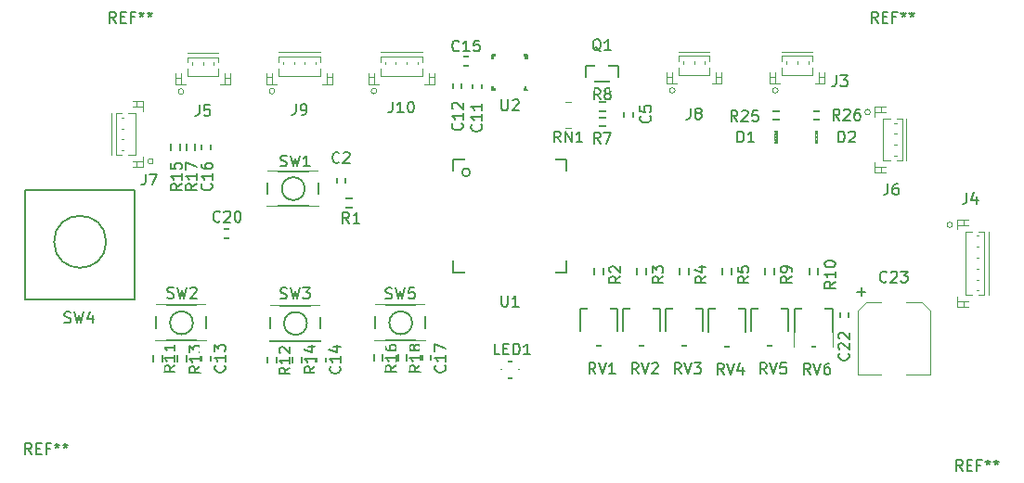
<source format=gto>
G04 #@! TF.GenerationSoftware,KiCad,Pcbnew,(5.0.0)*
G04 #@! TF.CreationDate,2019-07-10T12:20:45+09:00*
G04 #@! TF.ProjectId,MainCircuit_v2_top,4D61696E436972637569745F76325F74,rev?*
G04 #@! TF.SameCoordinates,PX61d8d40PY6e87e60*
G04 #@! TF.FileFunction,Legend,Top*
G04 #@! TF.FilePolarity,Positive*
%FSLAX46Y46*%
G04 Gerber Fmt 4.6, Leading zero omitted, Abs format (unit mm)*
G04 Created by KiCad (PCBNEW (5.0.0)) date 07/10/19 12:20:45*
%MOMM*%
%LPD*%
G01*
G04 APERTURE LIST*
%ADD10C,0.150000*%
%ADD11C,0.120000*%
%ADD12R,1.924000X1.924000*%
%ADD13C,1.924000*%
%ADD14R,1.100000X1.200000*%
%ADD15C,2.600000*%
%ADD16R,1.200000X1.100000*%
%ADD17R,1.000000X1.950000*%
%ADD18R,1.600000X2.200000*%
%ADD19R,1.950000X1.000000*%
%ADD20R,2.200000X1.600000*%
%ADD21R,1.150000X0.900000*%
%ADD22R,1.200000X1.300000*%
%ADD23R,0.900000X1.200000*%
%ADD24R,1.200000X0.900000*%
%ADD25R,0.900000X0.650000*%
%ADD26R,2.000000X1.050000*%
%ADD27R,1.900000X1.050000*%
%ADD28R,0.680000X1.600000*%
%ADD29R,1.600000X0.680000*%
%ADD30R,1.275000X1.200000*%
%ADD31R,0.600000X0.950000*%
%ADD32R,0.950000X0.600000*%
%ADD33R,1.200000X1.200000*%
%ADD34R,2.000000X3.900000*%
%ADD35R,2.000000X2.900000*%
%ADD36R,1.600000X2.600000*%
G04 APERTURE END LIST*
D10*
G04 #@! TO.C,SW4*
X8671708Y14150000D02*
G75*
G03X8671708Y14150000I-2371708J0D01*
G01*
X1300000Y18900000D02*
X1300000Y8900000D01*
X1300000Y8900000D02*
X11300000Y8900000D01*
X11300000Y18900000D02*
X11300000Y8900000D01*
X1300000Y18900000D02*
X11300000Y18900000D01*
G04 #@! TO.C,C12*
X42325000Y31050000D02*
X40725000Y31050000D01*
X42325000Y30250000D02*
X42325000Y31050000D01*
X42325000Y30250000D02*
X40725000Y30250000D01*
X40725000Y30250000D02*
X40725000Y31050000D01*
G04 #@! TO.C,C2*
X30500000Y18925000D02*
X30500000Y20525000D01*
X29700000Y18925000D02*
X30500000Y18925000D01*
X29700000Y18925000D02*
X29700000Y20525000D01*
X29700000Y20525000D02*
X30500000Y20525000D01*
G04 #@! TO.C,C5*
X55900000Y26575000D02*
X55900000Y24975000D01*
X56700000Y26575000D02*
X55900000Y26575000D01*
X56700000Y26575000D02*
X56700000Y24975000D01*
X56700000Y24975000D02*
X55900000Y24975000D01*
G04 #@! TO.C,C11*
X42100000Y29150000D02*
X42100000Y27550000D01*
X42900000Y29150000D02*
X42100000Y29150000D01*
X42900000Y29150000D02*
X42900000Y27550000D01*
X42900000Y27550000D02*
X42100000Y27550000D01*
G04 #@! TO.C,C13*
X18200000Y2650000D02*
X18200000Y4250000D01*
X17400000Y2650000D02*
X18200000Y2650000D01*
X17400000Y2650000D02*
X17400000Y4250000D01*
X17400000Y4250000D02*
X18200000Y4250000D01*
G04 #@! TO.C,C14*
X28700000Y2525000D02*
X28700000Y4125000D01*
X27900000Y2525000D02*
X28700000Y2525000D01*
X27900000Y2525000D02*
X27900000Y4125000D01*
X27900000Y4125000D02*
X28700000Y4125000D01*
G04 #@! TO.C,C15*
X40300000Y29175000D02*
X40300000Y27575000D01*
X41100000Y29175000D02*
X40300000Y29175000D01*
X41100000Y29175000D02*
X41100000Y27575000D01*
X41100000Y27575000D02*
X40300000Y27575000D01*
G04 #@! TO.C,C16*
X18200000Y21925000D02*
X18200000Y23525000D01*
X17400000Y21925000D02*
X18200000Y21925000D01*
X17400000Y21925000D02*
X17400000Y23525000D01*
X17400000Y23525000D02*
X18200000Y23525000D01*
G04 #@! TO.C,C17*
X38300000Y2725000D02*
X38300000Y4325000D01*
X37500000Y2725000D02*
X38300000Y2725000D01*
X37500000Y2725000D02*
X37500000Y4325000D01*
X37500000Y4325000D02*
X38300000Y4325000D01*
G04 #@! TO.C,C20*
X18850000Y14500000D02*
X20450000Y14500000D01*
X18850000Y15300000D02*
X18850000Y14500000D01*
X18850000Y15300000D02*
X20450000Y15300000D01*
X20450000Y15300000D02*
X20450000Y14500000D01*
D11*
G04 #@! TO.C,J3*
X69950000Y27975000D02*
G75*
G03X69950000Y27975000I-250000J0D01*
G01*
X70300000Y31525000D02*
X73100000Y31525000D01*
X69200000Y29625000D02*
X69200000Y28625000D01*
X69200000Y28625000D02*
X70100000Y28625000D01*
X69700000Y28625000D02*
X69700000Y29625000D01*
X69700000Y29625000D02*
X69700000Y29625000D01*
X69700000Y29625000D02*
X69700000Y28625000D01*
X69700000Y28625000D02*
X69700000Y28625000D01*
X69700000Y29225000D02*
X69700000Y29225000D01*
X69700000Y29225000D02*
X69200000Y29225000D01*
X69200000Y29225000D02*
X69200000Y29225000D01*
X69200000Y29225000D02*
X69700000Y29225000D01*
X74200000Y29625000D02*
X74200000Y28625000D01*
X74200000Y28625000D02*
X73300000Y28625000D01*
X73700000Y28625000D02*
X73700000Y29625000D01*
X73700000Y29625000D02*
X73700000Y29625000D01*
X73700000Y29625000D02*
X73700000Y28625000D01*
X73700000Y28625000D02*
X73700000Y28625000D01*
X73700000Y29225000D02*
X73700000Y29225000D01*
X73700000Y29225000D02*
X74200000Y29225000D01*
X74200000Y29225000D02*
X74200000Y29225000D01*
X74200000Y29225000D02*
X73700000Y29225000D01*
X70300000Y30625000D02*
X70300000Y31125000D01*
X70300000Y31125000D02*
X73100000Y31125000D01*
X73100000Y31125000D02*
X73100000Y30625000D01*
X70300000Y30025000D02*
X70300000Y29375000D01*
X70300000Y29375000D02*
X73100000Y29375000D01*
X73100000Y29375000D02*
X73100000Y30025000D01*
X70700000Y30625000D02*
X70700000Y30425000D01*
X71700000Y30625000D02*
X71700000Y30425000D01*
X72700000Y30625000D02*
X72700000Y30425000D01*
G04 #@! TO.C,J4*
X85862500Y15700000D02*
G75*
G03X85862500Y15700000I-250000J0D01*
G01*
X89162500Y15100000D02*
X89162500Y9300000D01*
X87262500Y16200000D02*
X86262500Y16200000D01*
X86262500Y16200000D02*
X86262500Y15300000D01*
X86262500Y15700000D02*
X87262500Y15700000D01*
X87262500Y15700000D02*
X87262500Y15700000D01*
X87262500Y15700000D02*
X86262500Y15700000D01*
X86262500Y15700000D02*
X86262500Y15700000D01*
X86862500Y15700000D02*
X86862500Y15700000D01*
X86862500Y15700000D02*
X86862500Y16200000D01*
X86862500Y16200000D02*
X86862500Y16200000D01*
X86862500Y16200000D02*
X86862500Y15700000D01*
X87262500Y8200000D02*
X86262500Y8200000D01*
X86262500Y8200000D02*
X86262500Y9100000D01*
X86262500Y8700000D02*
X87262500Y8700000D01*
X87262500Y8700000D02*
X87262500Y8700000D01*
X87262500Y8700000D02*
X86262500Y8700000D01*
X86262500Y8700000D02*
X86262500Y8700000D01*
X86862500Y8700000D02*
X86862500Y8700000D01*
X86862500Y8700000D02*
X86862500Y8200000D01*
X86862500Y8200000D02*
X86862500Y8200000D01*
X86862500Y8200000D02*
X86862500Y8700000D01*
X88262500Y15100000D02*
X88762500Y15100000D01*
X88762500Y15100000D02*
X88762500Y9300000D01*
X88762500Y9300000D02*
X88262500Y9300000D01*
X87662500Y15100000D02*
X87012500Y15100000D01*
X87012500Y15100000D02*
X87012500Y9300000D01*
X87012500Y9300000D02*
X87662500Y9300000D01*
X88262500Y14700000D02*
X88062500Y14700000D01*
X88262500Y13700000D02*
X88062500Y13700000D01*
X88262500Y12700000D02*
X88062500Y12700000D01*
X88262500Y11700000D02*
X88062500Y11700000D01*
X88262500Y10700000D02*
X88062500Y10700000D01*
X88262500Y9700000D02*
X88062500Y9700000D01*
G04 #@! TO.C,J5*
X15750000Y27875000D02*
G75*
G03X15750000Y27875000I-250000J0D01*
G01*
X16100000Y31425000D02*
X18900000Y31425000D01*
X15000000Y29525000D02*
X15000000Y28525000D01*
X15000000Y28525000D02*
X15900000Y28525000D01*
X15500000Y28525000D02*
X15500000Y29525000D01*
X15500000Y29525000D02*
X15500000Y29525000D01*
X15500000Y29525000D02*
X15500000Y28525000D01*
X15500000Y28525000D02*
X15500000Y28525000D01*
X15500000Y29125000D02*
X15500000Y29125000D01*
X15500000Y29125000D02*
X15000000Y29125000D01*
X15000000Y29125000D02*
X15000000Y29125000D01*
X15000000Y29125000D02*
X15500000Y29125000D01*
X20000000Y29525000D02*
X20000000Y28525000D01*
X20000000Y28525000D02*
X19100000Y28525000D01*
X19500000Y28525000D02*
X19500000Y29525000D01*
X19500000Y29525000D02*
X19500000Y29525000D01*
X19500000Y29525000D02*
X19500000Y28525000D01*
X19500000Y28525000D02*
X19500000Y28525000D01*
X19500000Y29125000D02*
X19500000Y29125000D01*
X19500000Y29125000D02*
X20000000Y29125000D01*
X20000000Y29125000D02*
X20000000Y29125000D01*
X20000000Y29125000D02*
X19500000Y29125000D01*
X16100000Y30525000D02*
X16100000Y31025000D01*
X16100000Y31025000D02*
X18900000Y31025000D01*
X18900000Y31025000D02*
X18900000Y30525000D01*
X16100000Y29925000D02*
X16100000Y29275000D01*
X16100000Y29275000D02*
X18900000Y29275000D01*
X18900000Y29275000D02*
X18900000Y29925000D01*
X16500000Y30525000D02*
X16500000Y30325000D01*
X17500000Y30525000D02*
X17500000Y30325000D01*
X18500000Y30525000D02*
X18500000Y30325000D01*
G04 #@! TO.C,J6*
X78362500Y26000000D02*
G75*
G03X78362500Y26000000I-250000J0D01*
G01*
X81662500Y25400000D02*
X81662500Y21600000D01*
X79762500Y26500000D02*
X78762500Y26500000D01*
X78762500Y26500000D02*
X78762500Y25600000D01*
X78762500Y26000000D02*
X79762500Y26000000D01*
X79762500Y26000000D02*
X79762500Y26000000D01*
X79762500Y26000000D02*
X78762500Y26000000D01*
X78762500Y26000000D02*
X78762500Y26000000D01*
X79362500Y26000000D02*
X79362500Y26000000D01*
X79362500Y26000000D02*
X79362500Y26500000D01*
X79362500Y26500000D02*
X79362500Y26500000D01*
X79362500Y26500000D02*
X79362500Y26000000D01*
X79762500Y20500000D02*
X78762500Y20500000D01*
X78762500Y20500000D02*
X78762500Y21400000D01*
X78762500Y21000000D02*
X79762500Y21000000D01*
X79762500Y21000000D02*
X79762500Y21000000D01*
X79762500Y21000000D02*
X78762500Y21000000D01*
X78762500Y21000000D02*
X78762500Y21000000D01*
X79362500Y21000000D02*
X79362500Y21000000D01*
X79362500Y21000000D02*
X79362500Y20500000D01*
X79362500Y20500000D02*
X79362500Y20500000D01*
X79362500Y20500000D02*
X79362500Y21000000D01*
X80762500Y25400000D02*
X81262500Y25400000D01*
X81262500Y25400000D02*
X81262500Y21600000D01*
X81262500Y21600000D02*
X80762500Y21600000D01*
X80162500Y25400000D02*
X79512500Y25400000D01*
X79512500Y25400000D02*
X79512500Y21600000D01*
X79512500Y21600000D02*
X80162500Y21600000D01*
X80762500Y25000000D02*
X80562500Y25000000D01*
X80762500Y24000000D02*
X80562500Y24000000D01*
X80762500Y23000000D02*
X80562500Y23000000D01*
X80762500Y22000000D02*
X80562500Y22000000D01*
G04 #@! TO.C,J8*
X60550000Y27975000D02*
G75*
G03X60550000Y27975000I-250000J0D01*
G01*
X60900000Y31525000D02*
X63700000Y31525000D01*
X59800000Y29625000D02*
X59800000Y28625000D01*
X59800000Y28625000D02*
X60700000Y28625000D01*
X60300000Y28625000D02*
X60300000Y29625000D01*
X60300000Y29625000D02*
X60300000Y29625000D01*
X60300000Y29625000D02*
X60300000Y28625000D01*
X60300000Y28625000D02*
X60300000Y28625000D01*
X60300000Y29225000D02*
X60300000Y29225000D01*
X60300000Y29225000D02*
X59800000Y29225000D01*
X59800000Y29225000D02*
X59800000Y29225000D01*
X59800000Y29225000D02*
X60300000Y29225000D01*
X64800000Y29625000D02*
X64800000Y28625000D01*
X64800000Y28625000D02*
X63900000Y28625000D01*
X64300000Y28625000D02*
X64300000Y29625000D01*
X64300000Y29625000D02*
X64300000Y29625000D01*
X64300000Y29625000D02*
X64300000Y28625000D01*
X64300000Y28625000D02*
X64300000Y28625000D01*
X64300000Y29225000D02*
X64300000Y29225000D01*
X64300000Y29225000D02*
X64800000Y29225000D01*
X64800000Y29225000D02*
X64800000Y29225000D01*
X64800000Y29225000D02*
X64300000Y29225000D01*
X60900000Y30625000D02*
X60900000Y31125000D01*
X60900000Y31125000D02*
X63700000Y31125000D01*
X63700000Y31125000D02*
X63700000Y30625000D01*
X60900000Y30025000D02*
X60900000Y29375000D01*
X60900000Y29375000D02*
X63700000Y29375000D01*
X63700000Y29375000D02*
X63700000Y30025000D01*
X61300000Y30625000D02*
X61300000Y30425000D01*
X62300000Y30625000D02*
X62300000Y30425000D01*
X63300000Y30625000D02*
X63300000Y30425000D01*
G04 #@! TO.C,J9*
X27800000Y30562500D02*
X27800000Y30362500D01*
X26800000Y30562500D02*
X26800000Y30362500D01*
X25800000Y30562500D02*
X25800000Y30362500D01*
X24800000Y30562500D02*
X24800000Y30362500D01*
X28200000Y29312500D02*
X28200000Y29962500D01*
X24400000Y29312500D02*
X28200000Y29312500D01*
X24400000Y29962500D02*
X24400000Y29312500D01*
X28200000Y31062500D02*
X28200000Y30562500D01*
X24400000Y31062500D02*
X28200000Y31062500D01*
X24400000Y30562500D02*
X24400000Y31062500D01*
X29300000Y29162500D02*
X28800000Y29162500D01*
X29300000Y29162500D02*
X29300000Y29162500D01*
X28800000Y29162500D02*
X29300000Y29162500D01*
X28800000Y29162500D02*
X28800000Y29162500D01*
X28800000Y28562500D02*
X28800000Y28562500D01*
X28800000Y29562500D02*
X28800000Y28562500D01*
X28800000Y29562500D02*
X28800000Y29562500D01*
X28800000Y28562500D02*
X28800000Y29562500D01*
X29300000Y28562500D02*
X28400000Y28562500D01*
X29300000Y29562500D02*
X29300000Y28562500D01*
X23300000Y29162500D02*
X23800000Y29162500D01*
X23300000Y29162500D02*
X23300000Y29162500D01*
X23800000Y29162500D02*
X23300000Y29162500D01*
X23800000Y29162500D02*
X23800000Y29162500D01*
X23800000Y28562500D02*
X23800000Y28562500D01*
X23800000Y29562500D02*
X23800000Y28562500D01*
X23800000Y29562500D02*
X23800000Y29562500D01*
X23800000Y28562500D02*
X23800000Y29562500D01*
X23300000Y28562500D02*
X24200000Y28562500D01*
X23300000Y29562500D02*
X23300000Y28562500D01*
X24400000Y31462500D02*
X28200000Y31462500D01*
X24050000Y27912500D02*
G75*
G03X24050000Y27912500I-250000J0D01*
G01*
G04 #@! TO.C,J10*
X37100000Y30562500D02*
X37100000Y30362500D01*
X36100000Y30562500D02*
X36100000Y30362500D01*
X35100000Y30562500D02*
X35100000Y30362500D01*
X34100000Y30562500D02*
X34100000Y30362500D01*
X37500000Y29312500D02*
X37500000Y29962500D01*
X33700000Y29312500D02*
X37500000Y29312500D01*
X33700000Y29962500D02*
X33700000Y29312500D01*
X37500000Y31062500D02*
X37500000Y30562500D01*
X33700000Y31062500D02*
X37500000Y31062500D01*
X33700000Y30562500D02*
X33700000Y31062500D01*
X38600000Y29162500D02*
X38100000Y29162500D01*
X38600000Y29162500D02*
X38600000Y29162500D01*
X38100000Y29162500D02*
X38600000Y29162500D01*
X38100000Y29162500D02*
X38100000Y29162500D01*
X38100000Y28562500D02*
X38100000Y28562500D01*
X38100000Y29562500D02*
X38100000Y28562500D01*
X38100000Y29562500D02*
X38100000Y29562500D01*
X38100000Y28562500D02*
X38100000Y29562500D01*
X38600000Y28562500D02*
X37700000Y28562500D01*
X38600000Y29562500D02*
X38600000Y28562500D01*
X32600000Y29162500D02*
X33100000Y29162500D01*
X32600000Y29162500D02*
X32600000Y29162500D01*
X33100000Y29162500D02*
X32600000Y29162500D01*
X33100000Y29162500D02*
X33100000Y29162500D01*
X33100000Y28562500D02*
X33100000Y28562500D01*
X33100000Y29562500D02*
X33100000Y28562500D01*
X33100000Y29562500D02*
X33100000Y29562500D01*
X33100000Y28562500D02*
X33100000Y29562500D01*
X32600000Y28562500D02*
X33500000Y28562500D01*
X32600000Y29562500D02*
X32600000Y28562500D01*
X33700000Y31462500D02*
X37500000Y31462500D01*
X33350000Y27912500D02*
G75*
G03X33350000Y27912500I-250000J0D01*
G01*
D10*
G04 #@! TO.C,LED1*
X46300000Y3200000D02*
X46300000Y1700000D01*
X44700000Y3200000D02*
X46300000Y3200000D01*
X44700000Y1700000D02*
X44700000Y3200000D01*
X46300000Y1700000D02*
X44700000Y1700000D01*
G04 #@! TO.C,Q1*
X52400000Y28800000D02*
X52400000Y30200000D01*
X55400000Y28800000D02*
X52400000Y28800000D01*
X55400000Y30200000D02*
X55400000Y28800000D01*
X52400000Y30200000D02*
X55400000Y30200000D01*
G04 #@! TO.C,R1*
X31650000Y17300000D02*
X30050000Y17300000D01*
X31650000Y17300000D02*
X31650000Y18100000D01*
X31650000Y18100000D02*
X30050000Y18100000D01*
X30050000Y17300000D02*
X30050000Y18100000D01*
G04 #@! TO.C,R2*
X54000000Y12250000D02*
X54000000Y10650000D01*
X54000000Y12250000D02*
X53200000Y12250000D01*
X53200000Y12250000D02*
X53200000Y10650000D01*
X54000000Y10650000D02*
X53200000Y10650000D01*
G04 #@! TO.C,R3*
X57900000Y12250000D02*
X57900000Y10650000D01*
X57900000Y12250000D02*
X57100000Y12250000D01*
X57100000Y12250000D02*
X57100000Y10650000D01*
X57900000Y10650000D02*
X57100000Y10650000D01*
G04 #@! TO.C,R4*
X61800000Y12250000D02*
X61800000Y10650000D01*
X61800000Y12250000D02*
X61000000Y12250000D01*
X61000000Y12250000D02*
X61000000Y10650000D01*
X61800000Y10650000D02*
X61000000Y10650000D01*
G04 #@! TO.C,R5*
X65700000Y12250000D02*
X65700000Y10650000D01*
X65700000Y12250000D02*
X64900000Y12250000D01*
X64900000Y12250000D02*
X64900000Y10650000D01*
X65700000Y10650000D02*
X64900000Y10650000D01*
G04 #@! TO.C,R7*
X53150000Y25500000D02*
X54750000Y25500000D01*
X53150000Y25500000D02*
X53150000Y24700000D01*
X53150000Y24700000D02*
X54750000Y24700000D01*
X54750000Y25500000D02*
X54750000Y24700000D01*
G04 #@! TO.C,R8*
X54750000Y26100000D02*
X53150000Y26100000D01*
X54750000Y26100000D02*
X54750000Y26900000D01*
X54750000Y26900000D02*
X53150000Y26900000D01*
X53150000Y26100000D02*
X53150000Y26900000D01*
G04 #@! TO.C,R9*
X69600000Y12250000D02*
X69600000Y10650000D01*
X69600000Y12250000D02*
X68800000Y12250000D01*
X68800000Y12250000D02*
X68800000Y10650000D01*
X69600000Y10650000D02*
X68800000Y10650000D01*
G04 #@! TO.C,R10*
X73600000Y12250000D02*
X73600000Y10650000D01*
X73600000Y12250000D02*
X72800000Y12250000D01*
X72800000Y12250000D02*
X72800000Y10650000D01*
X73600000Y10650000D02*
X72800000Y10650000D01*
G04 #@! TO.C,R11*
X13800000Y4250000D02*
X13800000Y2650000D01*
X13800000Y4250000D02*
X13000000Y4250000D01*
X13000000Y4250000D02*
X13000000Y2650000D01*
X13800000Y2650000D02*
X13000000Y2650000D01*
G04 #@! TO.C,R12*
X24200000Y4150000D02*
X24200000Y2550000D01*
X24200000Y4150000D02*
X23400000Y4150000D01*
X23400000Y4150000D02*
X23400000Y2550000D01*
X24200000Y2550000D02*
X23400000Y2550000D01*
G04 #@! TO.C,R13*
X15200000Y2650000D02*
X15200000Y4250000D01*
X15200000Y2650000D02*
X16000000Y2650000D01*
X16000000Y2650000D02*
X16000000Y4250000D01*
X15200000Y4250000D02*
X16000000Y4250000D01*
G04 #@! TO.C,R14*
X25700000Y2550000D02*
X25700000Y4150000D01*
X25700000Y2550000D02*
X26500000Y2550000D01*
X26500000Y2550000D02*
X26500000Y4150000D01*
X25700000Y4150000D02*
X26500000Y4150000D01*
G04 #@! TO.C,R15*
X14600000Y21950000D02*
X14600000Y23550000D01*
X14600000Y21950000D02*
X15400000Y21950000D01*
X15400000Y21950000D02*
X15400000Y23550000D01*
X14600000Y23550000D02*
X15400000Y23550000D01*
G04 #@! TO.C,R16*
X33900000Y4350000D02*
X33900000Y2750000D01*
X33900000Y4350000D02*
X33100000Y4350000D01*
X33100000Y4350000D02*
X33100000Y2750000D01*
X33900000Y2750000D02*
X33100000Y2750000D01*
G04 #@! TO.C,R17*
X16000000Y21950000D02*
X16000000Y23550000D01*
X16000000Y21950000D02*
X16800000Y21950000D01*
X16800000Y21950000D02*
X16800000Y23550000D01*
X16000000Y23550000D02*
X16800000Y23550000D01*
G04 #@! TO.C,R18*
X35300000Y2750000D02*
X35300000Y4350000D01*
X35300000Y2750000D02*
X36100000Y2750000D01*
X36100000Y2750000D02*
X36100000Y4350000D01*
X35300000Y4350000D02*
X36100000Y4350000D01*
D11*
G04 #@! TO.C,RN1*
X51050000Y26930000D02*
X50550000Y26930000D01*
X51050000Y24570000D02*
X50550000Y24570000D01*
D10*
G04 #@! TO.C,SW1*
X26788061Y19000000D02*
G75*
G03X26788061Y19000000I-1044031J0D01*
G01*
X28000000Y20600000D02*
X28000000Y17400000D01*
X23400000Y20600000D02*
X28000000Y20600000D01*
X23400000Y17400000D02*
X23400000Y20600000D01*
X28000000Y17400000D02*
X23400000Y17400000D01*
G04 #@! TO.C,SW2*
X16588061Y6750000D02*
G75*
G03X16588061Y6750000I-1044031J0D01*
G01*
X17800000Y8350000D02*
X17800000Y5150000D01*
X13200000Y8350000D02*
X17800000Y8350000D01*
X13200000Y5150000D02*
X13200000Y8350000D01*
X17800000Y5150000D02*
X13200000Y5150000D01*
G04 #@! TO.C,SW3*
X26988061Y6700000D02*
G75*
G03X26988061Y6700000I-1044031J0D01*
G01*
X28200000Y8300000D02*
X28200000Y5100000D01*
X23600000Y8300000D02*
X28200000Y8300000D01*
X23600000Y5100000D02*
X23600000Y8300000D01*
X28200000Y5100000D02*
X23600000Y5100000D01*
G04 #@! TO.C,SW5*
X36588061Y6750000D02*
G75*
G03X36588061Y6750000I-1044031J0D01*
G01*
X37800000Y8350000D02*
X37800000Y5150000D01*
X33200000Y8350000D02*
X37800000Y8350000D01*
X33200000Y5150000D02*
X33200000Y8350000D01*
X37800000Y5150000D02*
X33200000Y5150000D01*
G04 #@! TO.C,U1*
X41860555Y20500000D02*
G75*
G03X41860555Y20500000I-360555J0D01*
G01*
X40350000Y21650000D02*
X50650000Y21650000D01*
X40350000Y21600000D02*
X40350000Y21650000D01*
X40350000Y21550000D02*
X40350000Y21600000D01*
X40350000Y11350000D02*
X40350000Y21550000D01*
X50650000Y11350000D02*
X40350000Y11350000D01*
X50650000Y21650000D02*
X50650000Y11350000D01*
G04 #@! TO.C,U2*
X47065000Y28000000D02*
X46665000Y28000000D01*
X47065000Y31200000D02*
X47065000Y30800000D01*
X43865000Y31200000D02*
X43865000Y30800000D01*
X43865000Y28000000D02*
X43865000Y28400000D01*
X43865000Y31200000D02*
X44265000Y31200000D01*
X47065000Y31200000D02*
X46665000Y31200000D01*
X43865000Y28000000D02*
X44265000Y28000000D01*
X46955000Y28140000D02*
X43955000Y28140000D01*
X43955000Y28140000D02*
X43955000Y31140000D01*
X43955000Y31140000D02*
X46955000Y31140000D01*
X46955000Y31140000D02*
X46955000Y28140000D01*
G04 #@! TO.C,D1*
X69000000Y23700000D02*
X70500000Y23700000D01*
X69500000Y24200000D02*
X69500000Y23200000D01*
X69900000Y23200000D02*
X69900000Y24200000D01*
X69500000Y23700000D02*
X69900000Y23200000D01*
X69900000Y24200000D02*
X69500000Y23700000D01*
X69000000Y23200000D02*
X69000000Y24200000D01*
X70500000Y23200000D02*
X69000000Y23200000D01*
X70500000Y24200000D02*
X70500000Y23200000D01*
X69000000Y24200000D02*
X70500000Y24200000D01*
G04 #@! TO.C,D2*
X72700000Y23700000D02*
X74200000Y23700000D01*
X73200000Y24200000D02*
X73200000Y23200000D01*
X73600000Y23200000D02*
X73600000Y24200000D01*
X73200000Y23700000D02*
X73600000Y23200000D01*
X73600000Y24200000D02*
X73200000Y23700000D01*
X72700000Y23200000D02*
X72700000Y24200000D01*
X74200000Y23200000D02*
X72700000Y23200000D01*
X74200000Y24200000D02*
X74200000Y23200000D01*
X72700000Y24200000D02*
X74200000Y24200000D01*
G04 #@! TO.C,R25*
X68950000Y26100000D02*
X70550000Y26100000D01*
X68950000Y26100000D02*
X68950000Y25300000D01*
X68950000Y25300000D02*
X70550000Y25300000D01*
X70550000Y26100000D02*
X70550000Y25300000D01*
G04 #@! TO.C,R26*
X72650000Y26100000D02*
X74250000Y26100000D01*
X72650000Y26100000D02*
X72650000Y25300000D01*
X72650000Y25300000D02*
X74250000Y25300000D01*
X74250000Y26100000D02*
X74250000Y25300000D01*
D11*
G04 #@! TO.C,J7*
X12975000Y21500000D02*
G75*
G03X12975000Y21500000I-250000J0D01*
G01*
X9175000Y22100000D02*
X9175000Y25900000D01*
X11075000Y21000000D02*
X12075000Y21000000D01*
X12075000Y21000000D02*
X12075000Y21900000D01*
X12075000Y21500000D02*
X11075000Y21500000D01*
X11075000Y21500000D02*
X11075000Y21500000D01*
X11075000Y21500000D02*
X12075000Y21500000D01*
X12075000Y21500000D02*
X12075000Y21500000D01*
X11475000Y21500000D02*
X11475000Y21500000D01*
X11475000Y21500000D02*
X11475000Y21000000D01*
X11475000Y21000000D02*
X11475000Y21000000D01*
X11475000Y21000000D02*
X11475000Y21500000D01*
X11075000Y27000000D02*
X12075000Y27000000D01*
X12075000Y27000000D02*
X12075000Y26100000D01*
X12075000Y26500000D02*
X11075000Y26500000D01*
X11075000Y26500000D02*
X11075000Y26500000D01*
X11075000Y26500000D02*
X12075000Y26500000D01*
X12075000Y26500000D02*
X12075000Y26500000D01*
X11475000Y26500000D02*
X11475000Y26500000D01*
X11475000Y26500000D02*
X11475000Y27000000D01*
X11475000Y27000000D02*
X11475000Y27000000D01*
X11475000Y27000000D02*
X11475000Y26500000D01*
X10075000Y22100000D02*
X9575000Y22100000D01*
X9575000Y22100000D02*
X9575000Y25900000D01*
X9575000Y25900000D02*
X10075000Y25900000D01*
X10675000Y22100000D02*
X11325000Y22100000D01*
X11325000Y22100000D02*
X11325000Y25900000D01*
X11325000Y25900000D02*
X10675000Y25900000D01*
X10075000Y22500000D02*
X10275000Y22500000D01*
X10075000Y23500000D02*
X10275000Y23500000D01*
X10075000Y24500000D02*
X10275000Y24500000D01*
X10075000Y25500000D02*
X10275000Y25500000D01*
D10*
G04 #@! TO.C,C22*
X76400000Y6675000D02*
X75600000Y6675000D01*
X76400000Y8275000D02*
X76400000Y6675000D01*
X76400000Y8275000D02*
X75600000Y8275000D01*
X75600000Y8275000D02*
X75600000Y6675000D01*
D11*
G04 #@! TO.C,C23*
X83800000Y7840000D02*
X83800000Y2000000D01*
X83040000Y8600000D02*
X83800000Y7840000D01*
X77200000Y7840000D02*
X77960000Y8600000D01*
X77200000Y2000000D02*
X77200000Y7840000D01*
X83040000Y8600000D02*
X81620000Y8600000D01*
X77960000Y8600000D02*
X79380000Y8600000D01*
X83800000Y2000000D02*
X81620000Y2000000D01*
X77200000Y2000000D02*
X79380000Y2000000D01*
D10*
G04 #@! TO.C,RV1*
X51900000Y8050000D02*
X55300000Y8050000D01*
X55300000Y8050000D02*
X55300000Y4650000D01*
X55300000Y4650000D02*
X51900000Y4650000D01*
X51900000Y4650000D02*
X51900000Y8050000D01*
G04 #@! TO.C,RV2*
X55800000Y8050000D02*
X59200000Y8050000D01*
X59200000Y8050000D02*
X59200000Y4650000D01*
X59200000Y4650000D02*
X55800000Y4650000D01*
X55800000Y4650000D02*
X55800000Y8050000D01*
G04 #@! TO.C,RV3*
X59700000Y4650000D02*
X59700000Y8050000D01*
X63100000Y4650000D02*
X59700000Y4650000D01*
X63100000Y8050000D02*
X63100000Y4650000D01*
X59700000Y8050000D02*
X63100000Y8050000D01*
G04 #@! TO.C,RV4*
X63600000Y4600000D02*
X63600000Y8000000D01*
X67000000Y4600000D02*
X63600000Y4600000D01*
X67000000Y8000000D02*
X67000000Y4600000D01*
X63600000Y8000000D02*
X67000000Y8000000D01*
G04 #@! TO.C,RV5*
X67500000Y8050000D02*
X70900000Y8050000D01*
X70900000Y8050000D02*
X70900000Y4650000D01*
X70900000Y4650000D02*
X67500000Y4650000D01*
X67500000Y4650000D02*
X67500000Y8050000D01*
G04 #@! TO.C,RV6*
X71500000Y4600000D02*
X71500000Y8000000D01*
X74900000Y4600000D02*
X71500000Y4600000D01*
X74900000Y8000000D02*
X74900000Y4600000D01*
X71500000Y8000000D02*
X74900000Y8000000D01*
G04 #@! TO.C,SW4*
X4866666Y6795239D02*
X5009523Y6747620D01*
X5247619Y6747620D01*
X5342857Y6795239D01*
X5390476Y6842858D01*
X5438095Y6938096D01*
X5438095Y7033334D01*
X5390476Y7128572D01*
X5342857Y7176191D01*
X5247619Y7223810D01*
X5057142Y7271429D01*
X4961904Y7319048D01*
X4914285Y7366667D01*
X4866666Y7461905D01*
X4866666Y7557143D01*
X4914285Y7652381D01*
X4961904Y7700000D01*
X5057142Y7747620D01*
X5295238Y7747620D01*
X5438095Y7700000D01*
X5771428Y7747620D02*
X6009523Y6747620D01*
X6200000Y7461905D01*
X6390476Y6747620D01*
X6628571Y7747620D01*
X7438095Y7414286D02*
X7438095Y6747620D01*
X7200000Y7795239D02*
X6961904Y7080953D01*
X7580952Y7080953D01*
G04 #@! TO.C,C12*
X41107142Y24957143D02*
X41154761Y24909524D01*
X41202380Y24766667D01*
X41202380Y24671429D01*
X41154761Y24528572D01*
X41059523Y24433334D01*
X40964285Y24385715D01*
X40773809Y24338096D01*
X40630952Y24338096D01*
X40440476Y24385715D01*
X40345238Y24433334D01*
X40250000Y24528572D01*
X40202380Y24671429D01*
X40202380Y24766667D01*
X40250000Y24909524D01*
X40297619Y24957143D01*
X41202380Y25909524D02*
X41202380Y25338096D01*
X41202380Y25623810D02*
X40202380Y25623810D01*
X40345238Y25528572D01*
X40440476Y25433334D01*
X40488095Y25338096D01*
X40297619Y26290477D02*
X40250000Y26338096D01*
X40202380Y26433334D01*
X40202380Y26671429D01*
X40250000Y26766667D01*
X40297619Y26814286D01*
X40392857Y26861905D01*
X40488095Y26861905D01*
X40630952Y26814286D01*
X41202380Y26242858D01*
X41202380Y26861905D01*
G04 #@! TO.C,REF\002A\002A*
X1866666Y-5252380D02*
X1533333Y-4776190D01*
X1295238Y-5252380D02*
X1295238Y-4252380D01*
X1676190Y-4252380D01*
X1771428Y-4300000D01*
X1819047Y-4347619D01*
X1866666Y-4442857D01*
X1866666Y-4585714D01*
X1819047Y-4680952D01*
X1771428Y-4728571D01*
X1676190Y-4776190D01*
X1295238Y-4776190D01*
X2295238Y-4728571D02*
X2628571Y-4728571D01*
X2771428Y-5252380D02*
X2295238Y-5252380D01*
X2295238Y-4252380D01*
X2771428Y-4252380D01*
X3533333Y-4728571D02*
X3200000Y-4728571D01*
X3200000Y-5252380D02*
X3200000Y-4252380D01*
X3676190Y-4252380D01*
X4200000Y-4252380D02*
X4200000Y-4490476D01*
X3961904Y-4395238D02*
X4200000Y-4490476D01*
X4438095Y-4395238D01*
X4057142Y-4680952D02*
X4200000Y-4490476D01*
X4342857Y-4680952D01*
X4961904Y-4252380D02*
X4961904Y-4490476D01*
X4723809Y-4395238D02*
X4961904Y-4490476D01*
X5200000Y-4395238D01*
X4819047Y-4680952D02*
X4961904Y-4490476D01*
X5104761Y-4680952D01*
X86766666Y-6752380D02*
X86433333Y-6276190D01*
X86195238Y-6752380D02*
X86195238Y-5752380D01*
X86576190Y-5752380D01*
X86671428Y-5800000D01*
X86719047Y-5847619D01*
X86766666Y-5942857D01*
X86766666Y-6085714D01*
X86719047Y-6180952D01*
X86671428Y-6228571D01*
X86576190Y-6276190D01*
X86195238Y-6276190D01*
X87195238Y-6228571D02*
X87528571Y-6228571D01*
X87671428Y-6752380D02*
X87195238Y-6752380D01*
X87195238Y-5752380D01*
X87671428Y-5752380D01*
X88433333Y-6228571D02*
X88100000Y-6228571D01*
X88100000Y-6752380D02*
X88100000Y-5752380D01*
X88576190Y-5752380D01*
X89100000Y-5752380D02*
X89100000Y-5990476D01*
X88861904Y-5895238D02*
X89100000Y-5990476D01*
X89338095Y-5895238D01*
X88957142Y-6180952D02*
X89100000Y-5990476D01*
X89242857Y-6180952D01*
X89861904Y-5752380D02*
X89861904Y-5990476D01*
X89623809Y-5895238D02*
X89861904Y-5990476D01*
X90100000Y-5895238D01*
X89719047Y-6180952D02*
X89861904Y-5990476D01*
X90004761Y-6180952D01*
X9566666Y34147620D02*
X9233333Y34623810D01*
X8995238Y34147620D02*
X8995238Y35147620D01*
X9376190Y35147620D01*
X9471428Y35100000D01*
X9519047Y35052381D01*
X9566666Y34957143D01*
X9566666Y34814286D01*
X9519047Y34719048D01*
X9471428Y34671429D01*
X9376190Y34623810D01*
X8995238Y34623810D01*
X9995238Y34671429D02*
X10328571Y34671429D01*
X10471428Y34147620D02*
X9995238Y34147620D01*
X9995238Y35147620D01*
X10471428Y35147620D01*
X11233333Y34671429D02*
X10900000Y34671429D01*
X10900000Y34147620D02*
X10900000Y35147620D01*
X11376190Y35147620D01*
X11900000Y35147620D02*
X11900000Y34909524D01*
X11661904Y35004762D02*
X11900000Y34909524D01*
X12138095Y35004762D01*
X11757142Y34719048D02*
X11900000Y34909524D01*
X12042857Y34719048D01*
X12661904Y35147620D02*
X12661904Y34909524D01*
X12423809Y35004762D02*
X12661904Y34909524D01*
X12900000Y35004762D01*
X12519047Y34719048D02*
X12661904Y34909524D01*
X12804761Y34719048D01*
G04 #@! TO.C,C2*
X29933333Y21442858D02*
X29885714Y21395239D01*
X29742857Y21347620D01*
X29647619Y21347620D01*
X29504761Y21395239D01*
X29409523Y21490477D01*
X29361904Y21585715D01*
X29314285Y21776191D01*
X29314285Y21919048D01*
X29361904Y22109524D01*
X29409523Y22204762D01*
X29504761Y22300000D01*
X29647619Y22347620D01*
X29742857Y22347620D01*
X29885714Y22300000D01*
X29933333Y22252381D01*
X30314285Y22252381D02*
X30361904Y22300000D01*
X30457142Y22347620D01*
X30695238Y22347620D01*
X30790476Y22300000D01*
X30838095Y22252381D01*
X30885714Y22157143D01*
X30885714Y22061905D01*
X30838095Y21919048D01*
X30266666Y21347620D01*
X30885714Y21347620D01*
G04 #@! TO.C,C5*
X58257142Y25633334D02*
X58304761Y25585715D01*
X58352380Y25442858D01*
X58352380Y25347620D01*
X58304761Y25204762D01*
X58209523Y25109524D01*
X58114285Y25061905D01*
X57923809Y25014286D01*
X57780952Y25014286D01*
X57590476Y25061905D01*
X57495238Y25109524D01*
X57400000Y25204762D01*
X57352380Y25347620D01*
X57352380Y25442858D01*
X57400000Y25585715D01*
X57447619Y25633334D01*
X57352380Y26538096D02*
X57352380Y26061905D01*
X57828571Y26014286D01*
X57780952Y26061905D01*
X57733333Y26157143D01*
X57733333Y26395239D01*
X57780952Y26490477D01*
X57828571Y26538096D01*
X57923809Y26585715D01*
X58161904Y26585715D01*
X58257142Y26538096D01*
X58304761Y26490477D01*
X58352380Y26395239D01*
X58352380Y26157143D01*
X58304761Y26061905D01*
X58257142Y26014286D01*
G04 #@! TO.C,C11*
X42857142Y24857143D02*
X42904761Y24809524D01*
X42952380Y24666667D01*
X42952380Y24571429D01*
X42904761Y24428572D01*
X42809523Y24333334D01*
X42714285Y24285715D01*
X42523809Y24238096D01*
X42380952Y24238096D01*
X42190476Y24285715D01*
X42095238Y24333334D01*
X42000000Y24428572D01*
X41952380Y24571429D01*
X41952380Y24666667D01*
X42000000Y24809524D01*
X42047619Y24857143D01*
X42952380Y25809524D02*
X42952380Y25238096D01*
X42952380Y25523810D02*
X41952380Y25523810D01*
X42095238Y25428572D01*
X42190476Y25333334D01*
X42238095Y25238096D01*
X42952380Y26761905D02*
X42952380Y26190477D01*
X42952380Y26476191D02*
X41952380Y26476191D01*
X42095238Y26380953D01*
X42190476Y26285715D01*
X42238095Y26190477D01*
G04 #@! TO.C,C13*
X19457142Y2857143D02*
X19504761Y2809524D01*
X19552380Y2666667D01*
X19552380Y2571429D01*
X19504761Y2428572D01*
X19409523Y2333334D01*
X19314285Y2285715D01*
X19123809Y2238096D01*
X18980952Y2238096D01*
X18790476Y2285715D01*
X18695238Y2333334D01*
X18600000Y2428572D01*
X18552380Y2571429D01*
X18552380Y2666667D01*
X18600000Y2809524D01*
X18647619Y2857143D01*
X19552380Y3809524D02*
X19552380Y3238096D01*
X19552380Y3523810D02*
X18552380Y3523810D01*
X18695238Y3428572D01*
X18790476Y3333334D01*
X18838095Y3238096D01*
X18552380Y4142858D02*
X18552380Y4761905D01*
X18933333Y4428572D01*
X18933333Y4571429D01*
X18980952Y4666667D01*
X19028571Y4714286D01*
X19123809Y4761905D01*
X19361904Y4761905D01*
X19457142Y4714286D01*
X19504761Y4666667D01*
X19552380Y4571429D01*
X19552380Y4285715D01*
X19504761Y4190477D01*
X19457142Y4142858D01*
G04 #@! TO.C,C14*
X29957142Y2757143D02*
X30004761Y2709524D01*
X30052380Y2566667D01*
X30052380Y2471429D01*
X30004761Y2328572D01*
X29909523Y2233334D01*
X29814285Y2185715D01*
X29623809Y2138096D01*
X29480952Y2138096D01*
X29290476Y2185715D01*
X29195238Y2233334D01*
X29100000Y2328572D01*
X29052380Y2471429D01*
X29052380Y2566667D01*
X29100000Y2709524D01*
X29147619Y2757143D01*
X30052380Y3709524D02*
X30052380Y3138096D01*
X30052380Y3423810D02*
X29052380Y3423810D01*
X29195238Y3328572D01*
X29290476Y3233334D01*
X29338095Y3138096D01*
X29385714Y4566667D02*
X30052380Y4566667D01*
X29004761Y4328572D02*
X29719047Y4090477D01*
X29719047Y4709524D01*
G04 #@! TO.C,C15*
X40857142Y31642858D02*
X40809523Y31595239D01*
X40666666Y31547620D01*
X40571428Y31547620D01*
X40428571Y31595239D01*
X40333333Y31690477D01*
X40285714Y31785715D01*
X40238095Y31976191D01*
X40238095Y32119048D01*
X40285714Y32309524D01*
X40333333Y32404762D01*
X40428571Y32500000D01*
X40571428Y32547620D01*
X40666666Y32547620D01*
X40809523Y32500000D01*
X40857142Y32452381D01*
X41809523Y31547620D02*
X41238095Y31547620D01*
X41523809Y31547620D02*
X41523809Y32547620D01*
X41428571Y32404762D01*
X41333333Y32309524D01*
X41238095Y32261905D01*
X42714285Y32547620D02*
X42238095Y32547620D01*
X42190476Y32071429D01*
X42238095Y32119048D01*
X42333333Y32166667D01*
X42571428Y32166667D01*
X42666666Y32119048D01*
X42714285Y32071429D01*
X42761904Y31976191D01*
X42761904Y31738096D01*
X42714285Y31642858D01*
X42666666Y31595239D01*
X42571428Y31547620D01*
X42333333Y31547620D01*
X42238095Y31595239D01*
X42190476Y31642858D01*
G04 #@! TO.C,C16*
X18257142Y19457143D02*
X18304761Y19409524D01*
X18352380Y19266667D01*
X18352380Y19171429D01*
X18304761Y19028572D01*
X18209523Y18933334D01*
X18114285Y18885715D01*
X17923809Y18838096D01*
X17780952Y18838096D01*
X17590476Y18885715D01*
X17495238Y18933334D01*
X17400000Y19028572D01*
X17352380Y19171429D01*
X17352380Y19266667D01*
X17400000Y19409524D01*
X17447619Y19457143D01*
X18352380Y20409524D02*
X18352380Y19838096D01*
X18352380Y20123810D02*
X17352380Y20123810D01*
X17495238Y20028572D01*
X17590476Y19933334D01*
X17638095Y19838096D01*
X17352380Y21266667D02*
X17352380Y21076191D01*
X17400000Y20980953D01*
X17447619Y20933334D01*
X17590476Y20838096D01*
X17780952Y20790477D01*
X18161904Y20790477D01*
X18257142Y20838096D01*
X18304761Y20885715D01*
X18352380Y20980953D01*
X18352380Y21171429D01*
X18304761Y21266667D01*
X18257142Y21314286D01*
X18161904Y21361905D01*
X17923809Y21361905D01*
X17828571Y21314286D01*
X17780952Y21266667D01*
X17733333Y21171429D01*
X17733333Y20980953D01*
X17780952Y20885715D01*
X17828571Y20838096D01*
X17923809Y20790477D01*
G04 #@! TO.C,C17*
X39557142Y2857143D02*
X39604761Y2809524D01*
X39652380Y2666667D01*
X39652380Y2571429D01*
X39604761Y2428572D01*
X39509523Y2333334D01*
X39414285Y2285715D01*
X39223809Y2238096D01*
X39080952Y2238096D01*
X38890476Y2285715D01*
X38795238Y2333334D01*
X38700000Y2428572D01*
X38652380Y2571429D01*
X38652380Y2666667D01*
X38700000Y2809524D01*
X38747619Y2857143D01*
X39652380Y3809524D02*
X39652380Y3238096D01*
X39652380Y3523810D02*
X38652380Y3523810D01*
X38795238Y3428572D01*
X38890476Y3333334D01*
X38938095Y3238096D01*
X38652380Y4142858D02*
X38652380Y4809524D01*
X39652380Y4380953D01*
G04 #@! TO.C,C20*
X19057142Y16042858D02*
X19009523Y15995239D01*
X18866666Y15947620D01*
X18771428Y15947620D01*
X18628571Y15995239D01*
X18533333Y16090477D01*
X18485714Y16185715D01*
X18438095Y16376191D01*
X18438095Y16519048D01*
X18485714Y16709524D01*
X18533333Y16804762D01*
X18628571Y16900000D01*
X18771428Y16947620D01*
X18866666Y16947620D01*
X19009523Y16900000D01*
X19057142Y16852381D01*
X19438095Y16852381D02*
X19485714Y16900000D01*
X19580952Y16947620D01*
X19819047Y16947620D01*
X19914285Y16900000D01*
X19961904Y16852381D01*
X20009523Y16757143D01*
X20009523Y16661905D01*
X19961904Y16519048D01*
X19390476Y15947620D01*
X20009523Y15947620D01*
X20628571Y16947620D02*
X20723809Y16947620D01*
X20819047Y16900000D01*
X20866666Y16852381D01*
X20914285Y16757143D01*
X20961904Y16566667D01*
X20961904Y16328572D01*
X20914285Y16138096D01*
X20866666Y16042858D01*
X20819047Y15995239D01*
X20723809Y15947620D01*
X20628571Y15947620D01*
X20533333Y15995239D01*
X20485714Y16042858D01*
X20438095Y16138096D01*
X20390476Y16328572D01*
X20390476Y16566667D01*
X20438095Y16757143D01*
X20485714Y16852381D01*
X20533333Y16900000D01*
X20628571Y16947620D01*
G04 #@! TO.C,J3*
X75266666Y29347620D02*
X75266666Y28633334D01*
X75219047Y28490477D01*
X75123809Y28395239D01*
X74980952Y28347620D01*
X74885714Y28347620D01*
X75647619Y29347620D02*
X76266666Y29347620D01*
X75933333Y28966667D01*
X76076190Y28966667D01*
X76171428Y28919048D01*
X76219047Y28871429D01*
X76266666Y28776191D01*
X76266666Y28538096D01*
X76219047Y28442858D01*
X76171428Y28395239D01*
X76076190Y28347620D01*
X75790476Y28347620D01*
X75695238Y28395239D01*
X75647619Y28442858D01*
G04 #@! TO.C,J4*
X87166666Y18647620D02*
X87166666Y17933334D01*
X87119047Y17790477D01*
X87023809Y17695239D01*
X86880952Y17647620D01*
X86785714Y17647620D01*
X88071428Y18314286D02*
X88071428Y17647620D01*
X87833333Y18695239D02*
X87595238Y17980953D01*
X88214285Y17980953D01*
G04 #@! TO.C,J5*
X17166666Y26647620D02*
X17166666Y25933334D01*
X17119047Y25790477D01*
X17023809Y25695239D01*
X16880952Y25647620D01*
X16785714Y25647620D01*
X18119047Y26647620D02*
X17642857Y26647620D01*
X17595238Y26171429D01*
X17642857Y26219048D01*
X17738095Y26266667D01*
X17976190Y26266667D01*
X18071428Y26219048D01*
X18119047Y26171429D01*
X18166666Y26076191D01*
X18166666Y25838096D01*
X18119047Y25742858D01*
X18071428Y25695239D01*
X17976190Y25647620D01*
X17738095Y25647620D01*
X17642857Y25695239D01*
X17595238Y25742858D01*
G04 #@! TO.C,J6*
X79966666Y19447620D02*
X79966666Y18733334D01*
X79919047Y18590477D01*
X79823809Y18495239D01*
X79680952Y18447620D01*
X79585714Y18447620D01*
X80871428Y19447620D02*
X80680952Y19447620D01*
X80585714Y19400000D01*
X80538095Y19352381D01*
X80442857Y19209524D01*
X80395238Y19019048D01*
X80395238Y18638096D01*
X80442857Y18542858D01*
X80490476Y18495239D01*
X80585714Y18447620D01*
X80776190Y18447620D01*
X80871428Y18495239D01*
X80919047Y18542858D01*
X80966666Y18638096D01*
X80966666Y18876191D01*
X80919047Y18971429D01*
X80871428Y19019048D01*
X80776190Y19066667D01*
X80585714Y19066667D01*
X80490476Y19019048D01*
X80442857Y18971429D01*
X80395238Y18876191D01*
G04 #@! TO.C,J8*
X61966666Y26347620D02*
X61966666Y25633334D01*
X61919047Y25490477D01*
X61823809Y25395239D01*
X61680952Y25347620D01*
X61585714Y25347620D01*
X62585714Y25919048D02*
X62490476Y25966667D01*
X62442857Y26014286D01*
X62395238Y26109524D01*
X62395238Y26157143D01*
X62442857Y26252381D01*
X62490476Y26300000D01*
X62585714Y26347620D01*
X62776190Y26347620D01*
X62871428Y26300000D01*
X62919047Y26252381D01*
X62966666Y26157143D01*
X62966666Y26109524D01*
X62919047Y26014286D01*
X62871428Y25966667D01*
X62776190Y25919048D01*
X62585714Y25919048D01*
X62490476Y25871429D01*
X62442857Y25823810D01*
X62395238Y25728572D01*
X62395238Y25538096D01*
X62442857Y25442858D01*
X62490476Y25395239D01*
X62585714Y25347620D01*
X62776190Y25347620D01*
X62871428Y25395239D01*
X62919047Y25442858D01*
X62966666Y25538096D01*
X62966666Y25728572D01*
X62919047Y25823810D01*
X62871428Y25871429D01*
X62776190Y25919048D01*
G04 #@! TO.C,J9*
X25966666Y26747620D02*
X25966666Y26033334D01*
X25919047Y25890477D01*
X25823809Y25795239D01*
X25680952Y25747620D01*
X25585714Y25747620D01*
X26490476Y25747620D02*
X26680952Y25747620D01*
X26776190Y25795239D01*
X26823809Y25842858D01*
X26919047Y25985715D01*
X26966666Y26176191D01*
X26966666Y26557143D01*
X26919047Y26652381D01*
X26871428Y26700000D01*
X26776190Y26747620D01*
X26585714Y26747620D01*
X26490476Y26700000D01*
X26442857Y26652381D01*
X26395238Y26557143D01*
X26395238Y26319048D01*
X26442857Y26223810D01*
X26490476Y26176191D01*
X26585714Y26128572D01*
X26776190Y26128572D01*
X26871428Y26176191D01*
X26919047Y26223810D01*
X26966666Y26319048D01*
G04 #@! TO.C,J10*
X34790476Y26947620D02*
X34790476Y26233334D01*
X34742857Y26090477D01*
X34647619Y25995239D01*
X34504761Y25947620D01*
X34409523Y25947620D01*
X35790476Y25947620D02*
X35219047Y25947620D01*
X35504761Y25947620D02*
X35504761Y26947620D01*
X35409523Y26804762D01*
X35314285Y26709524D01*
X35219047Y26661905D01*
X36409523Y26947620D02*
X36504761Y26947620D01*
X36600000Y26900000D01*
X36647619Y26852381D01*
X36695238Y26757143D01*
X36742857Y26566667D01*
X36742857Y26328572D01*
X36695238Y26138096D01*
X36647619Y26042858D01*
X36600000Y25995239D01*
X36504761Y25947620D01*
X36409523Y25947620D01*
X36314285Y25995239D01*
X36266666Y26042858D01*
X36219047Y26138096D01*
X36171428Y26328572D01*
X36171428Y26566667D01*
X36219047Y26757143D01*
X36266666Y26852381D01*
X36314285Y26900000D01*
X36409523Y26947620D01*
G04 #@! TO.C,LED1*
X44580952Y3847620D02*
X44104761Y3847620D01*
X44104761Y4847620D01*
X44914285Y4371429D02*
X45247619Y4371429D01*
X45390476Y3847620D02*
X44914285Y3847620D01*
X44914285Y4847620D01*
X45390476Y4847620D01*
X45819047Y3847620D02*
X45819047Y4847620D01*
X46057142Y4847620D01*
X46200000Y4800000D01*
X46295238Y4704762D01*
X46342857Y4609524D01*
X46390476Y4419048D01*
X46390476Y4276191D01*
X46342857Y4085715D01*
X46295238Y3990477D01*
X46200000Y3895239D01*
X46057142Y3847620D01*
X45819047Y3847620D01*
X47342857Y3847620D02*
X46771428Y3847620D01*
X47057142Y3847620D02*
X47057142Y4847620D01*
X46961904Y4704762D01*
X46866666Y4609524D01*
X46771428Y4561905D01*
G04 #@! TO.C,Q1*
X53804761Y31552381D02*
X53709523Y31600000D01*
X53614285Y31695239D01*
X53471428Y31838096D01*
X53376190Y31885715D01*
X53280952Y31885715D01*
X53328571Y31647620D02*
X53233333Y31695239D01*
X53138095Y31790477D01*
X53090476Y31980953D01*
X53090476Y32314286D01*
X53138095Y32504762D01*
X53233333Y32600000D01*
X53328571Y32647620D01*
X53519047Y32647620D01*
X53614285Y32600000D01*
X53709523Y32504762D01*
X53757142Y32314286D01*
X53757142Y31980953D01*
X53709523Y31790477D01*
X53614285Y31695239D01*
X53519047Y31647620D01*
X53328571Y31647620D01*
X54709523Y31647620D02*
X54138095Y31647620D01*
X54423809Y31647620D02*
X54423809Y32647620D01*
X54328571Y32504762D01*
X54233333Y32409524D01*
X54138095Y32361905D01*
G04 #@! TO.C,R1*
X30833333Y15847620D02*
X30500000Y16323810D01*
X30261904Y15847620D02*
X30261904Y16847620D01*
X30642857Y16847620D01*
X30738095Y16800000D01*
X30785714Y16752381D01*
X30833333Y16657143D01*
X30833333Y16514286D01*
X30785714Y16419048D01*
X30738095Y16371429D01*
X30642857Y16323810D01*
X30261904Y16323810D01*
X31785714Y15847620D02*
X31214285Y15847620D01*
X31500000Y15847620D02*
X31500000Y16847620D01*
X31404761Y16704762D01*
X31309523Y16609524D01*
X31214285Y16561905D01*
G04 #@! TO.C,R2*
X55577380Y10983334D02*
X55101190Y10650000D01*
X55577380Y10411905D02*
X54577380Y10411905D01*
X54577380Y10792858D01*
X54625000Y10888096D01*
X54672619Y10935715D01*
X54767857Y10983334D01*
X54910714Y10983334D01*
X55005952Y10935715D01*
X55053571Y10888096D01*
X55101190Y10792858D01*
X55101190Y10411905D01*
X54672619Y11364286D02*
X54625000Y11411905D01*
X54577380Y11507143D01*
X54577380Y11745239D01*
X54625000Y11840477D01*
X54672619Y11888096D01*
X54767857Y11935715D01*
X54863095Y11935715D01*
X55005952Y11888096D01*
X55577380Y11316667D01*
X55577380Y11935715D01*
G04 #@! TO.C,R3*
X59477380Y10983334D02*
X59001190Y10650000D01*
X59477380Y10411905D02*
X58477380Y10411905D01*
X58477380Y10792858D01*
X58525000Y10888096D01*
X58572619Y10935715D01*
X58667857Y10983334D01*
X58810714Y10983334D01*
X58905952Y10935715D01*
X58953571Y10888096D01*
X59001190Y10792858D01*
X59001190Y10411905D01*
X58477380Y11316667D02*
X58477380Y11935715D01*
X58858333Y11602381D01*
X58858333Y11745239D01*
X58905952Y11840477D01*
X58953571Y11888096D01*
X59048809Y11935715D01*
X59286904Y11935715D01*
X59382142Y11888096D01*
X59429761Y11840477D01*
X59477380Y11745239D01*
X59477380Y11459524D01*
X59429761Y11364286D01*
X59382142Y11316667D01*
G04 #@! TO.C,R4*
X63377380Y10983334D02*
X62901190Y10650000D01*
X63377380Y10411905D02*
X62377380Y10411905D01*
X62377380Y10792858D01*
X62425000Y10888096D01*
X62472619Y10935715D01*
X62567857Y10983334D01*
X62710714Y10983334D01*
X62805952Y10935715D01*
X62853571Y10888096D01*
X62901190Y10792858D01*
X62901190Y10411905D01*
X62710714Y11840477D02*
X63377380Y11840477D01*
X62329761Y11602381D02*
X63044047Y11364286D01*
X63044047Y11983334D01*
G04 #@! TO.C,R5*
X67277380Y10983334D02*
X66801190Y10650000D01*
X67277380Y10411905D02*
X66277380Y10411905D01*
X66277380Y10792858D01*
X66325000Y10888096D01*
X66372619Y10935715D01*
X66467857Y10983334D01*
X66610714Y10983334D01*
X66705952Y10935715D01*
X66753571Y10888096D01*
X66801190Y10792858D01*
X66801190Y10411905D01*
X66277380Y11888096D02*
X66277380Y11411905D01*
X66753571Y11364286D01*
X66705952Y11411905D01*
X66658333Y11507143D01*
X66658333Y11745239D01*
X66705952Y11840477D01*
X66753571Y11888096D01*
X66848809Y11935715D01*
X67086904Y11935715D01*
X67182142Y11888096D01*
X67229761Y11840477D01*
X67277380Y11745239D01*
X67277380Y11507143D01*
X67229761Y11411905D01*
X67182142Y11364286D01*
G04 #@! TO.C,R7*
X53733333Y23147620D02*
X53400000Y23623810D01*
X53161904Y23147620D02*
X53161904Y24147620D01*
X53542857Y24147620D01*
X53638095Y24100000D01*
X53685714Y24052381D01*
X53733333Y23957143D01*
X53733333Y23814286D01*
X53685714Y23719048D01*
X53638095Y23671429D01*
X53542857Y23623810D01*
X53161904Y23623810D01*
X54066666Y24147620D02*
X54733333Y24147620D01*
X54304761Y23147620D01*
G04 #@! TO.C,R8*
X53733333Y27147620D02*
X53400000Y27623810D01*
X53161904Y27147620D02*
X53161904Y28147620D01*
X53542857Y28147620D01*
X53638095Y28100000D01*
X53685714Y28052381D01*
X53733333Y27957143D01*
X53733333Y27814286D01*
X53685714Y27719048D01*
X53638095Y27671429D01*
X53542857Y27623810D01*
X53161904Y27623810D01*
X54304761Y27719048D02*
X54209523Y27766667D01*
X54161904Y27814286D01*
X54114285Y27909524D01*
X54114285Y27957143D01*
X54161904Y28052381D01*
X54209523Y28100000D01*
X54304761Y28147620D01*
X54495238Y28147620D01*
X54590476Y28100000D01*
X54638095Y28052381D01*
X54685714Y27957143D01*
X54685714Y27909524D01*
X54638095Y27814286D01*
X54590476Y27766667D01*
X54495238Y27719048D01*
X54304761Y27719048D01*
X54209523Y27671429D01*
X54161904Y27623810D01*
X54114285Y27528572D01*
X54114285Y27338096D01*
X54161904Y27242858D01*
X54209523Y27195239D01*
X54304761Y27147620D01*
X54495238Y27147620D01*
X54590476Y27195239D01*
X54638095Y27242858D01*
X54685714Y27338096D01*
X54685714Y27528572D01*
X54638095Y27623810D01*
X54590476Y27671429D01*
X54495238Y27719048D01*
G04 #@! TO.C,R9*
X71177380Y10983334D02*
X70701190Y10650000D01*
X71177380Y10411905D02*
X70177380Y10411905D01*
X70177380Y10792858D01*
X70225000Y10888096D01*
X70272619Y10935715D01*
X70367857Y10983334D01*
X70510714Y10983334D01*
X70605952Y10935715D01*
X70653571Y10888096D01*
X70701190Y10792858D01*
X70701190Y10411905D01*
X71177380Y11459524D02*
X71177380Y11650000D01*
X71129761Y11745239D01*
X71082142Y11792858D01*
X70939285Y11888096D01*
X70748809Y11935715D01*
X70367857Y11935715D01*
X70272619Y11888096D01*
X70225000Y11840477D01*
X70177380Y11745239D01*
X70177380Y11554762D01*
X70225000Y11459524D01*
X70272619Y11411905D01*
X70367857Y11364286D01*
X70605952Y11364286D01*
X70701190Y11411905D01*
X70748809Y11459524D01*
X70796428Y11554762D01*
X70796428Y11745239D01*
X70748809Y11840477D01*
X70701190Y11888096D01*
X70605952Y11935715D01*
G04 #@! TO.C,R10*
X75177380Y10507143D02*
X74701190Y10173810D01*
X75177380Y9935715D02*
X74177380Y9935715D01*
X74177380Y10316667D01*
X74225000Y10411905D01*
X74272619Y10459524D01*
X74367857Y10507143D01*
X74510714Y10507143D01*
X74605952Y10459524D01*
X74653571Y10411905D01*
X74701190Y10316667D01*
X74701190Y9935715D01*
X75177380Y11459524D02*
X75177380Y10888096D01*
X75177380Y11173810D02*
X74177380Y11173810D01*
X74320238Y11078572D01*
X74415476Y10983334D01*
X74463095Y10888096D01*
X74177380Y12078572D02*
X74177380Y12173810D01*
X74225000Y12269048D01*
X74272619Y12316667D01*
X74367857Y12364286D01*
X74558333Y12411905D01*
X74796428Y12411905D01*
X74986904Y12364286D01*
X75082142Y12316667D01*
X75129761Y12269048D01*
X75177380Y12173810D01*
X75177380Y12078572D01*
X75129761Y11983334D01*
X75082142Y11935715D01*
X74986904Y11888096D01*
X74796428Y11840477D01*
X74558333Y11840477D01*
X74367857Y11888096D01*
X74272619Y11935715D01*
X74225000Y11983334D01*
X74177380Y12078572D01*
G04 #@! TO.C,R11*
X14952380Y2857143D02*
X14476190Y2523810D01*
X14952380Y2285715D02*
X13952380Y2285715D01*
X13952380Y2666667D01*
X14000000Y2761905D01*
X14047619Y2809524D01*
X14142857Y2857143D01*
X14285714Y2857143D01*
X14380952Y2809524D01*
X14428571Y2761905D01*
X14476190Y2666667D01*
X14476190Y2285715D01*
X14952380Y3809524D02*
X14952380Y3238096D01*
X14952380Y3523810D02*
X13952380Y3523810D01*
X14095238Y3428572D01*
X14190476Y3333334D01*
X14238095Y3238096D01*
X14952380Y4761905D02*
X14952380Y4190477D01*
X14952380Y4476191D02*
X13952380Y4476191D01*
X14095238Y4380953D01*
X14190476Y4285715D01*
X14238095Y4190477D01*
G04 #@! TO.C,R12*
X25452380Y2657143D02*
X24976190Y2323810D01*
X25452380Y2085715D02*
X24452380Y2085715D01*
X24452380Y2466667D01*
X24500000Y2561905D01*
X24547619Y2609524D01*
X24642857Y2657143D01*
X24785714Y2657143D01*
X24880952Y2609524D01*
X24928571Y2561905D01*
X24976190Y2466667D01*
X24976190Y2085715D01*
X25452380Y3609524D02*
X25452380Y3038096D01*
X25452380Y3323810D02*
X24452380Y3323810D01*
X24595238Y3228572D01*
X24690476Y3133334D01*
X24738095Y3038096D01*
X24547619Y3990477D02*
X24500000Y4038096D01*
X24452380Y4133334D01*
X24452380Y4371429D01*
X24500000Y4466667D01*
X24547619Y4514286D01*
X24642857Y4561905D01*
X24738095Y4561905D01*
X24880952Y4514286D01*
X25452380Y3942858D01*
X25452380Y4561905D01*
G04 #@! TO.C,R13*
X17252380Y2757143D02*
X16776190Y2423810D01*
X17252380Y2185715D02*
X16252380Y2185715D01*
X16252380Y2566667D01*
X16300000Y2661905D01*
X16347619Y2709524D01*
X16442857Y2757143D01*
X16585714Y2757143D01*
X16680952Y2709524D01*
X16728571Y2661905D01*
X16776190Y2566667D01*
X16776190Y2185715D01*
X17252380Y3709524D02*
X17252380Y3138096D01*
X17252380Y3423810D02*
X16252380Y3423810D01*
X16395238Y3328572D01*
X16490476Y3233334D01*
X16538095Y3138096D01*
X16252380Y4042858D02*
X16252380Y4661905D01*
X16633333Y4328572D01*
X16633333Y4471429D01*
X16680952Y4566667D01*
X16728571Y4614286D01*
X16823809Y4661905D01*
X17061904Y4661905D01*
X17157142Y4614286D01*
X17204761Y4566667D01*
X17252380Y4471429D01*
X17252380Y4185715D01*
X17204761Y4090477D01*
X17157142Y4042858D01*
G04 #@! TO.C,R14*
X27752380Y2757143D02*
X27276190Y2423810D01*
X27752380Y2185715D02*
X26752380Y2185715D01*
X26752380Y2566667D01*
X26800000Y2661905D01*
X26847619Y2709524D01*
X26942857Y2757143D01*
X27085714Y2757143D01*
X27180952Y2709524D01*
X27228571Y2661905D01*
X27276190Y2566667D01*
X27276190Y2185715D01*
X27752380Y3709524D02*
X27752380Y3138096D01*
X27752380Y3423810D02*
X26752380Y3423810D01*
X26895238Y3328572D01*
X26990476Y3233334D01*
X27038095Y3138096D01*
X27085714Y4566667D02*
X27752380Y4566667D01*
X26704761Y4328572D02*
X27419047Y4090477D01*
X27419047Y4709524D01*
G04 #@! TO.C,R15*
X15552380Y19457143D02*
X15076190Y19123810D01*
X15552380Y18885715D02*
X14552380Y18885715D01*
X14552380Y19266667D01*
X14600000Y19361905D01*
X14647619Y19409524D01*
X14742857Y19457143D01*
X14885714Y19457143D01*
X14980952Y19409524D01*
X15028571Y19361905D01*
X15076190Y19266667D01*
X15076190Y18885715D01*
X15552380Y20409524D02*
X15552380Y19838096D01*
X15552380Y20123810D02*
X14552380Y20123810D01*
X14695238Y20028572D01*
X14790476Y19933334D01*
X14838095Y19838096D01*
X14552380Y21314286D02*
X14552380Y20838096D01*
X15028571Y20790477D01*
X14980952Y20838096D01*
X14933333Y20933334D01*
X14933333Y21171429D01*
X14980952Y21266667D01*
X15028571Y21314286D01*
X15123809Y21361905D01*
X15361904Y21361905D01*
X15457142Y21314286D01*
X15504761Y21266667D01*
X15552380Y21171429D01*
X15552380Y20933334D01*
X15504761Y20838096D01*
X15457142Y20790477D01*
G04 #@! TO.C,R16*
X35152380Y2857143D02*
X34676190Y2523810D01*
X35152380Y2285715D02*
X34152380Y2285715D01*
X34152380Y2666667D01*
X34200000Y2761905D01*
X34247619Y2809524D01*
X34342857Y2857143D01*
X34485714Y2857143D01*
X34580952Y2809524D01*
X34628571Y2761905D01*
X34676190Y2666667D01*
X34676190Y2285715D01*
X35152380Y3809524D02*
X35152380Y3238096D01*
X35152380Y3523810D02*
X34152380Y3523810D01*
X34295238Y3428572D01*
X34390476Y3333334D01*
X34438095Y3238096D01*
X34152380Y4666667D02*
X34152380Y4476191D01*
X34200000Y4380953D01*
X34247619Y4333334D01*
X34390476Y4238096D01*
X34580952Y4190477D01*
X34961904Y4190477D01*
X35057142Y4238096D01*
X35104761Y4285715D01*
X35152380Y4380953D01*
X35152380Y4571429D01*
X35104761Y4666667D01*
X35057142Y4714286D01*
X34961904Y4761905D01*
X34723809Y4761905D01*
X34628571Y4714286D01*
X34580952Y4666667D01*
X34533333Y4571429D01*
X34533333Y4380953D01*
X34580952Y4285715D01*
X34628571Y4238096D01*
X34723809Y4190477D01*
G04 #@! TO.C,R17*
X16952380Y19457143D02*
X16476190Y19123810D01*
X16952380Y18885715D02*
X15952380Y18885715D01*
X15952380Y19266667D01*
X16000000Y19361905D01*
X16047619Y19409524D01*
X16142857Y19457143D01*
X16285714Y19457143D01*
X16380952Y19409524D01*
X16428571Y19361905D01*
X16476190Y19266667D01*
X16476190Y18885715D01*
X16952380Y20409524D02*
X16952380Y19838096D01*
X16952380Y20123810D02*
X15952380Y20123810D01*
X16095238Y20028572D01*
X16190476Y19933334D01*
X16238095Y19838096D01*
X15952380Y20742858D02*
X15952380Y21409524D01*
X16952380Y20980953D01*
G04 #@! TO.C,R18*
X37352380Y2857143D02*
X36876190Y2523810D01*
X37352380Y2285715D02*
X36352380Y2285715D01*
X36352380Y2666667D01*
X36400000Y2761905D01*
X36447619Y2809524D01*
X36542857Y2857143D01*
X36685714Y2857143D01*
X36780952Y2809524D01*
X36828571Y2761905D01*
X36876190Y2666667D01*
X36876190Y2285715D01*
X37352380Y3809524D02*
X37352380Y3238096D01*
X37352380Y3523810D02*
X36352380Y3523810D01*
X36495238Y3428572D01*
X36590476Y3333334D01*
X36638095Y3238096D01*
X36780952Y4380953D02*
X36733333Y4285715D01*
X36685714Y4238096D01*
X36590476Y4190477D01*
X36542857Y4190477D01*
X36447619Y4238096D01*
X36400000Y4285715D01*
X36352380Y4380953D01*
X36352380Y4571429D01*
X36400000Y4666667D01*
X36447619Y4714286D01*
X36542857Y4761905D01*
X36590476Y4761905D01*
X36685714Y4714286D01*
X36733333Y4666667D01*
X36780952Y4571429D01*
X36780952Y4380953D01*
X36828571Y4285715D01*
X36876190Y4238096D01*
X36971428Y4190477D01*
X37161904Y4190477D01*
X37257142Y4238096D01*
X37304761Y4285715D01*
X37352380Y4380953D01*
X37352380Y4571429D01*
X37304761Y4666667D01*
X37257142Y4714286D01*
X37161904Y4761905D01*
X36971428Y4761905D01*
X36876190Y4714286D01*
X36828571Y4666667D01*
X36780952Y4571429D01*
G04 #@! TO.C,RN1*
X50109523Y23247620D02*
X49776190Y23723810D01*
X49538095Y23247620D02*
X49538095Y24247620D01*
X49919047Y24247620D01*
X50014285Y24200000D01*
X50061904Y24152381D01*
X50109523Y24057143D01*
X50109523Y23914286D01*
X50061904Y23819048D01*
X50014285Y23771429D01*
X49919047Y23723810D01*
X49538095Y23723810D01*
X50538095Y23247620D02*
X50538095Y24247620D01*
X51109523Y23247620D01*
X51109523Y24247620D01*
X52109523Y23247620D02*
X51538095Y23247620D01*
X51823809Y23247620D02*
X51823809Y24247620D01*
X51728571Y24104762D01*
X51633333Y24009524D01*
X51538095Y23961905D01*
G04 #@! TO.C,SW1*
X24566666Y21095239D02*
X24709523Y21047620D01*
X24947619Y21047620D01*
X25042857Y21095239D01*
X25090476Y21142858D01*
X25138095Y21238096D01*
X25138095Y21333334D01*
X25090476Y21428572D01*
X25042857Y21476191D01*
X24947619Y21523810D01*
X24757142Y21571429D01*
X24661904Y21619048D01*
X24614285Y21666667D01*
X24566666Y21761905D01*
X24566666Y21857143D01*
X24614285Y21952381D01*
X24661904Y22000000D01*
X24757142Y22047620D01*
X24995238Y22047620D01*
X25138095Y22000000D01*
X25471428Y22047620D02*
X25709523Y21047620D01*
X25900000Y21761905D01*
X26090476Y21047620D01*
X26328571Y22047620D01*
X27233333Y21047620D02*
X26661904Y21047620D01*
X26947619Y21047620D02*
X26947619Y22047620D01*
X26852380Y21904762D01*
X26757142Y21809524D01*
X26661904Y21761905D01*
G04 #@! TO.C,SW2*
X14266666Y9045239D02*
X14409523Y8997620D01*
X14647619Y8997620D01*
X14742857Y9045239D01*
X14790476Y9092858D01*
X14838095Y9188096D01*
X14838095Y9283334D01*
X14790476Y9378572D01*
X14742857Y9426191D01*
X14647619Y9473810D01*
X14457142Y9521429D01*
X14361904Y9569048D01*
X14314285Y9616667D01*
X14266666Y9711905D01*
X14266666Y9807143D01*
X14314285Y9902381D01*
X14361904Y9950000D01*
X14457142Y9997620D01*
X14695238Y9997620D01*
X14838095Y9950000D01*
X15171428Y9997620D02*
X15409523Y8997620D01*
X15600000Y9711905D01*
X15790476Y8997620D01*
X16028571Y9997620D01*
X16361904Y9902381D02*
X16409523Y9950000D01*
X16504761Y9997620D01*
X16742857Y9997620D01*
X16838095Y9950000D01*
X16885714Y9902381D01*
X16933333Y9807143D01*
X16933333Y9711905D01*
X16885714Y9569048D01*
X16314285Y8997620D01*
X16933333Y8997620D01*
G04 #@! TO.C,SW3*
X24566666Y8995239D02*
X24709523Y8947620D01*
X24947619Y8947620D01*
X25042857Y8995239D01*
X25090476Y9042858D01*
X25138095Y9138096D01*
X25138095Y9233334D01*
X25090476Y9328572D01*
X25042857Y9376191D01*
X24947619Y9423810D01*
X24757142Y9471429D01*
X24661904Y9519048D01*
X24614285Y9566667D01*
X24566666Y9661905D01*
X24566666Y9757143D01*
X24614285Y9852381D01*
X24661904Y9900000D01*
X24757142Y9947620D01*
X24995238Y9947620D01*
X25138095Y9900000D01*
X25471428Y9947620D02*
X25709523Y8947620D01*
X25900000Y9661905D01*
X26090476Y8947620D01*
X26328571Y9947620D01*
X26614285Y9947620D02*
X27233333Y9947620D01*
X26900000Y9566667D01*
X27042857Y9566667D01*
X27138095Y9519048D01*
X27185714Y9471429D01*
X27233333Y9376191D01*
X27233333Y9138096D01*
X27185714Y9042858D01*
X27138095Y8995239D01*
X27042857Y8947620D01*
X26757142Y8947620D01*
X26661904Y8995239D01*
X26614285Y9042858D01*
G04 #@! TO.C,SW5*
X34166666Y8995239D02*
X34309523Y8947620D01*
X34547619Y8947620D01*
X34642857Y8995239D01*
X34690476Y9042858D01*
X34738095Y9138096D01*
X34738095Y9233334D01*
X34690476Y9328572D01*
X34642857Y9376191D01*
X34547619Y9423810D01*
X34357142Y9471429D01*
X34261904Y9519048D01*
X34214285Y9566667D01*
X34166666Y9661905D01*
X34166666Y9757143D01*
X34214285Y9852381D01*
X34261904Y9900000D01*
X34357142Y9947620D01*
X34595238Y9947620D01*
X34738095Y9900000D01*
X35071428Y9947620D02*
X35309523Y8947620D01*
X35500000Y9661905D01*
X35690476Y8947620D01*
X35928571Y9947620D01*
X36785714Y9947620D02*
X36309523Y9947620D01*
X36261904Y9471429D01*
X36309523Y9519048D01*
X36404761Y9566667D01*
X36642857Y9566667D01*
X36738095Y9519048D01*
X36785714Y9471429D01*
X36833333Y9376191D01*
X36833333Y9138096D01*
X36785714Y9042858D01*
X36738095Y8995239D01*
X36642857Y8947620D01*
X36404761Y8947620D01*
X36309523Y8995239D01*
X36261904Y9042858D01*
G04 #@! TO.C,U1*
X44738095Y9247620D02*
X44738095Y8438096D01*
X44785714Y8342858D01*
X44833333Y8295239D01*
X44928571Y8247620D01*
X45119047Y8247620D01*
X45214285Y8295239D01*
X45261904Y8342858D01*
X45309523Y8438096D01*
X45309523Y9247620D01*
X46309523Y8247620D02*
X45738095Y8247620D01*
X46023809Y8247620D02*
X46023809Y9247620D01*
X45928571Y9104762D01*
X45833333Y9009524D01*
X45738095Y8961905D01*
G04 #@! TO.C,U2*
X44738095Y27147620D02*
X44738095Y26338096D01*
X44785714Y26242858D01*
X44833333Y26195239D01*
X44928571Y26147620D01*
X45119047Y26147620D01*
X45214285Y26195239D01*
X45261904Y26242858D01*
X45309523Y26338096D01*
X45309523Y27147620D01*
X45738095Y27052381D02*
X45785714Y27100000D01*
X45880952Y27147620D01*
X46119047Y27147620D01*
X46214285Y27100000D01*
X46261904Y27052381D01*
X46309523Y26957143D01*
X46309523Y26861905D01*
X46261904Y26719048D01*
X45690476Y26147620D01*
X46309523Y26147620D01*
G04 #@! TO.C,D1*
X66261904Y23247620D02*
X66261904Y24247620D01*
X66500000Y24247620D01*
X66642857Y24200000D01*
X66738095Y24104762D01*
X66785714Y24009524D01*
X66833333Y23819048D01*
X66833333Y23676191D01*
X66785714Y23485715D01*
X66738095Y23390477D01*
X66642857Y23295239D01*
X66500000Y23247620D01*
X66261904Y23247620D01*
X67785714Y23247620D02*
X67214285Y23247620D01*
X67500000Y23247620D02*
X67500000Y24247620D01*
X67404761Y24104762D01*
X67309523Y24009524D01*
X67214285Y23961905D01*
G04 #@! TO.C,D2*
X75461904Y23247620D02*
X75461904Y24247620D01*
X75700000Y24247620D01*
X75842857Y24200000D01*
X75938095Y24104762D01*
X75985714Y24009524D01*
X76033333Y23819048D01*
X76033333Y23676191D01*
X75985714Y23485715D01*
X75938095Y23390477D01*
X75842857Y23295239D01*
X75700000Y23247620D01*
X75461904Y23247620D01*
X76414285Y24152381D02*
X76461904Y24200000D01*
X76557142Y24247620D01*
X76795238Y24247620D01*
X76890476Y24200000D01*
X76938095Y24152381D01*
X76985714Y24057143D01*
X76985714Y23961905D01*
X76938095Y23819048D01*
X76366666Y23247620D01*
X76985714Y23247620D01*
G04 #@! TO.C,R25*
X66257142Y25147620D02*
X65923809Y25623810D01*
X65685714Y25147620D02*
X65685714Y26147620D01*
X66066666Y26147620D01*
X66161904Y26100000D01*
X66209523Y26052381D01*
X66257142Y25957143D01*
X66257142Y25814286D01*
X66209523Y25719048D01*
X66161904Y25671429D01*
X66066666Y25623810D01*
X65685714Y25623810D01*
X66638095Y26052381D02*
X66685714Y26100000D01*
X66780952Y26147620D01*
X67019047Y26147620D01*
X67114285Y26100000D01*
X67161904Y26052381D01*
X67209523Y25957143D01*
X67209523Y25861905D01*
X67161904Y25719048D01*
X66590476Y25147620D01*
X67209523Y25147620D01*
X68114285Y26147620D02*
X67638095Y26147620D01*
X67590476Y25671429D01*
X67638095Y25719048D01*
X67733333Y25766667D01*
X67971428Y25766667D01*
X68066666Y25719048D01*
X68114285Y25671429D01*
X68161904Y25576191D01*
X68161904Y25338096D01*
X68114285Y25242858D01*
X68066666Y25195239D01*
X67971428Y25147620D01*
X67733333Y25147620D01*
X67638095Y25195239D01*
X67590476Y25242858D01*
G04 #@! TO.C,R26*
X75557142Y25247620D02*
X75223809Y25723810D01*
X74985714Y25247620D02*
X74985714Y26247620D01*
X75366666Y26247620D01*
X75461904Y26200000D01*
X75509523Y26152381D01*
X75557142Y26057143D01*
X75557142Y25914286D01*
X75509523Y25819048D01*
X75461904Y25771429D01*
X75366666Y25723810D01*
X74985714Y25723810D01*
X75938095Y26152381D02*
X75985714Y26200000D01*
X76080952Y26247620D01*
X76319047Y26247620D01*
X76414285Y26200000D01*
X76461904Y26152381D01*
X76509523Y26057143D01*
X76509523Y25961905D01*
X76461904Y25819048D01*
X75890476Y25247620D01*
X76509523Y25247620D01*
X77366666Y26247620D02*
X77176190Y26247620D01*
X77080952Y26200000D01*
X77033333Y26152381D01*
X76938095Y26009524D01*
X76890476Y25819048D01*
X76890476Y25438096D01*
X76938095Y25342858D01*
X76985714Y25295239D01*
X77080952Y25247620D01*
X77271428Y25247620D01*
X77366666Y25295239D01*
X77414285Y25342858D01*
X77461904Y25438096D01*
X77461904Y25676191D01*
X77414285Y25771429D01*
X77366666Y25819048D01*
X77271428Y25866667D01*
X77080952Y25866667D01*
X76985714Y25819048D01*
X76938095Y25771429D01*
X76890476Y25676191D01*
G04 #@! TO.C,REF\002A\002A*
X79066666Y34147620D02*
X78733333Y34623810D01*
X78495238Y34147620D02*
X78495238Y35147620D01*
X78876190Y35147620D01*
X78971428Y35100000D01*
X79019047Y35052381D01*
X79066666Y34957143D01*
X79066666Y34814286D01*
X79019047Y34719048D01*
X78971428Y34671429D01*
X78876190Y34623810D01*
X78495238Y34623810D01*
X79495238Y34671429D02*
X79828571Y34671429D01*
X79971428Y34147620D02*
X79495238Y34147620D01*
X79495238Y35147620D01*
X79971428Y35147620D01*
X80733333Y34671429D02*
X80400000Y34671429D01*
X80400000Y34147620D02*
X80400000Y35147620D01*
X80876190Y35147620D01*
X81400000Y35147620D02*
X81400000Y34909524D01*
X81161904Y35004762D02*
X81400000Y34909524D01*
X81638095Y35004762D01*
X81257142Y34719048D02*
X81400000Y34909524D01*
X81542857Y34719048D01*
X82161904Y35147620D02*
X82161904Y34909524D01*
X81923809Y35004762D02*
X82161904Y34909524D01*
X82400000Y35004762D01*
X82019047Y34719048D02*
X82161904Y34909524D01*
X82304761Y34719048D01*
G04 #@! TO.C,J7*
X12266666Y20347620D02*
X12266666Y19633334D01*
X12219047Y19490477D01*
X12123809Y19395239D01*
X11980952Y19347620D01*
X11885714Y19347620D01*
X12647619Y20347620D02*
X13314285Y20347620D01*
X12885714Y19347620D01*
G04 #@! TO.C,C22*
X76357142Y3957143D02*
X76404761Y3909524D01*
X76452380Y3766667D01*
X76452380Y3671429D01*
X76404761Y3528572D01*
X76309523Y3433334D01*
X76214285Y3385715D01*
X76023809Y3338096D01*
X75880952Y3338096D01*
X75690476Y3385715D01*
X75595238Y3433334D01*
X75500000Y3528572D01*
X75452380Y3671429D01*
X75452380Y3766667D01*
X75500000Y3909524D01*
X75547619Y3957143D01*
X75547619Y4338096D02*
X75500000Y4385715D01*
X75452380Y4480953D01*
X75452380Y4719048D01*
X75500000Y4814286D01*
X75547619Y4861905D01*
X75642857Y4909524D01*
X75738095Y4909524D01*
X75880952Y4861905D01*
X76452380Y4290477D01*
X76452380Y4909524D01*
X75547619Y5290477D02*
X75500000Y5338096D01*
X75452380Y5433334D01*
X75452380Y5671429D01*
X75500000Y5766667D01*
X75547619Y5814286D01*
X75642857Y5861905D01*
X75738095Y5861905D01*
X75880952Y5814286D01*
X76452380Y5242858D01*
X76452380Y5861905D01*
G04 #@! TO.C,C23*
X79857142Y10542858D02*
X79809523Y10495239D01*
X79666666Y10447620D01*
X79571428Y10447620D01*
X79428571Y10495239D01*
X79333333Y10590477D01*
X79285714Y10685715D01*
X79238095Y10876191D01*
X79238095Y11019048D01*
X79285714Y11209524D01*
X79333333Y11304762D01*
X79428571Y11400000D01*
X79571428Y11447620D01*
X79666666Y11447620D01*
X79809523Y11400000D01*
X79857142Y11352381D01*
X80238095Y11352381D02*
X80285714Y11400000D01*
X80380952Y11447620D01*
X80619047Y11447620D01*
X80714285Y11400000D01*
X80761904Y11352381D01*
X80809523Y11257143D01*
X80809523Y11161905D01*
X80761904Y11019048D01*
X80190476Y10447620D01*
X80809523Y10447620D01*
X81142857Y11447620D02*
X81761904Y11447620D01*
X81428571Y11066667D01*
X81571428Y11066667D01*
X81666666Y11019048D01*
X81714285Y10971429D01*
X81761904Y10876191D01*
X81761904Y10638096D01*
X81714285Y10542858D01*
X81666666Y10495239D01*
X81571428Y10447620D01*
X81285714Y10447620D01*
X81190476Y10495239D01*
X81142857Y10542858D01*
X77561428Y9199048D02*
X77561428Y9960953D01*
X77942380Y9580000D02*
X77180476Y9580000D01*
G04 #@! TO.C,RV1*
X53304761Y2097620D02*
X52971428Y2573810D01*
X52733333Y2097620D02*
X52733333Y3097620D01*
X53114285Y3097620D01*
X53209523Y3050000D01*
X53257142Y3002381D01*
X53304761Y2907143D01*
X53304761Y2764286D01*
X53257142Y2669048D01*
X53209523Y2621429D01*
X53114285Y2573810D01*
X52733333Y2573810D01*
X53590476Y3097620D02*
X53923809Y2097620D01*
X54257142Y3097620D01*
X55114285Y2097620D02*
X54542857Y2097620D01*
X54828571Y2097620D02*
X54828571Y3097620D01*
X54733333Y2954762D01*
X54638095Y2859524D01*
X54542857Y2811905D01*
G04 #@! TO.C,RV2*
X57204761Y2097620D02*
X56871428Y2573810D01*
X56633333Y2097620D02*
X56633333Y3097620D01*
X57014285Y3097620D01*
X57109523Y3050000D01*
X57157142Y3002381D01*
X57204761Y2907143D01*
X57204761Y2764286D01*
X57157142Y2669048D01*
X57109523Y2621429D01*
X57014285Y2573810D01*
X56633333Y2573810D01*
X57490476Y3097620D02*
X57823809Y2097620D01*
X58157142Y3097620D01*
X58442857Y3002381D02*
X58490476Y3050000D01*
X58585714Y3097620D01*
X58823809Y3097620D01*
X58919047Y3050000D01*
X58966666Y3002381D01*
X59014285Y2907143D01*
X59014285Y2811905D01*
X58966666Y2669048D01*
X58395238Y2097620D01*
X59014285Y2097620D01*
G04 #@! TO.C,RV3*
X61104761Y2097620D02*
X60771428Y2573810D01*
X60533333Y2097620D02*
X60533333Y3097620D01*
X60914285Y3097620D01*
X61009523Y3050000D01*
X61057142Y3002381D01*
X61104761Y2907143D01*
X61104761Y2764286D01*
X61057142Y2669048D01*
X61009523Y2621429D01*
X60914285Y2573810D01*
X60533333Y2573810D01*
X61390476Y3097620D02*
X61723809Y2097620D01*
X62057142Y3097620D01*
X62295238Y3097620D02*
X62914285Y3097620D01*
X62580952Y2716667D01*
X62723809Y2716667D01*
X62819047Y2669048D01*
X62866666Y2621429D01*
X62914285Y2526191D01*
X62914285Y2288096D01*
X62866666Y2192858D01*
X62819047Y2145239D01*
X62723809Y2097620D01*
X62438095Y2097620D01*
X62342857Y2145239D01*
X62295238Y2192858D01*
G04 #@! TO.C,RV4*
X65004761Y2047620D02*
X64671428Y2523810D01*
X64433333Y2047620D02*
X64433333Y3047620D01*
X64814285Y3047620D01*
X64909523Y3000000D01*
X64957142Y2952381D01*
X65004761Y2857143D01*
X65004761Y2714286D01*
X64957142Y2619048D01*
X64909523Y2571429D01*
X64814285Y2523810D01*
X64433333Y2523810D01*
X65290476Y3047620D02*
X65623809Y2047620D01*
X65957142Y3047620D01*
X66719047Y2714286D02*
X66719047Y2047620D01*
X66480952Y3095239D02*
X66242857Y2380953D01*
X66861904Y2380953D01*
G04 #@! TO.C,RV5*
X68904761Y2097620D02*
X68571428Y2573810D01*
X68333333Y2097620D02*
X68333333Y3097620D01*
X68714285Y3097620D01*
X68809523Y3050000D01*
X68857142Y3002381D01*
X68904761Y2907143D01*
X68904761Y2764286D01*
X68857142Y2669048D01*
X68809523Y2621429D01*
X68714285Y2573810D01*
X68333333Y2573810D01*
X69190476Y3097620D02*
X69523809Y2097620D01*
X69857142Y3097620D01*
X70666666Y3097620D02*
X70190476Y3097620D01*
X70142857Y2621429D01*
X70190476Y2669048D01*
X70285714Y2716667D01*
X70523809Y2716667D01*
X70619047Y2669048D01*
X70666666Y2621429D01*
X70714285Y2526191D01*
X70714285Y2288096D01*
X70666666Y2192858D01*
X70619047Y2145239D01*
X70523809Y2097620D01*
X70285714Y2097620D01*
X70190476Y2145239D01*
X70142857Y2192858D01*
G04 #@! TO.C,RV6*
X72904761Y2047620D02*
X72571428Y2523810D01*
X72333333Y2047620D02*
X72333333Y3047620D01*
X72714285Y3047620D01*
X72809523Y3000000D01*
X72857142Y2952381D01*
X72904761Y2857143D01*
X72904761Y2714286D01*
X72857142Y2619048D01*
X72809523Y2571429D01*
X72714285Y2523810D01*
X72333333Y2523810D01*
X73190476Y3047620D02*
X73523809Y2047620D01*
X73857142Y3047620D01*
X74619047Y3047620D02*
X74428571Y3047620D01*
X74333333Y3000000D01*
X74285714Y2952381D01*
X74190476Y2809524D01*
X74142857Y2619048D01*
X74142857Y2238096D01*
X74190476Y2142858D01*
X74238095Y2095239D01*
X74333333Y2047620D01*
X74523809Y2047620D01*
X74619047Y2095239D01*
X74666666Y2142858D01*
X74714285Y2238096D01*
X74714285Y2476191D01*
X74666666Y2571429D01*
X74619047Y2619048D01*
X74523809Y2666667D01*
X74333333Y2666667D01*
X74238095Y2619048D01*
X74190476Y2571429D01*
X74142857Y2476191D01*
G04 #@! TD*
%LPC*%
D12*
G04 #@! TO.C,SW4*
X3700000Y17900000D03*
D13*
X6240000Y17900000D03*
X8780000Y17900000D03*
X3700000Y10280000D03*
X6240000Y10280000D03*
X8780000Y10280000D03*
G04 #@! TD*
D14*
G04 #@! TO.C,C12*
X42250000Y30650000D03*
X40750000Y30650000D03*
G04 #@! TD*
D15*
G04 #@! TO.C,REF\002A\002A*
X3200000Y2500000D03*
G04 #@! TD*
G04 #@! TO.C,REF\002A\002A*
X87800000Y2500000D03*
G04 #@! TD*
G04 #@! TO.C,REF\002A\002A*
X10700000Y30500000D03*
G04 #@! TD*
D16*
G04 #@! TO.C,C2*
X30100000Y19000000D03*
X30100000Y20500000D03*
G04 #@! TD*
G04 #@! TO.C,C5*
X56300000Y26500000D03*
X56300000Y25000000D03*
G04 #@! TD*
G04 #@! TO.C,C11*
X42500000Y29075000D03*
X42500000Y27575000D03*
G04 #@! TD*
G04 #@! TO.C,C13*
X17800000Y2725000D03*
X17800000Y4225000D03*
G04 #@! TD*
G04 #@! TO.C,C14*
X28300000Y2600000D03*
X28300000Y4100000D03*
G04 #@! TD*
G04 #@! TO.C,C15*
X40700000Y29100000D03*
X40700000Y27600000D03*
G04 #@! TD*
G04 #@! TO.C,C16*
X17800000Y22000000D03*
X17800000Y23500000D03*
G04 #@! TD*
G04 #@! TO.C,C17*
X37900000Y2800000D03*
X37900000Y4300000D03*
G04 #@! TD*
D14*
G04 #@! TO.C,C20*
X18925000Y14900000D03*
X20425000Y14900000D03*
G04 #@! TD*
D17*
G04 #@! TO.C,J3*
X70700000Y28300000D03*
X71700000Y28300000D03*
X72700000Y28300000D03*
D18*
X69400000Y30825000D03*
X74000000Y30825000D03*
G04 #@! TD*
D19*
G04 #@! TO.C,J4*
X85937500Y14700000D03*
X85937500Y13700000D03*
X85937500Y12700000D03*
X85937500Y11700000D03*
X85937500Y10700000D03*
X85937500Y9700000D03*
D20*
X88462500Y16000000D03*
X88462500Y8400000D03*
G04 #@! TD*
D17*
G04 #@! TO.C,J5*
X16500000Y28200000D03*
X17500000Y28200000D03*
X18500000Y28200000D03*
D18*
X15200000Y30725000D03*
X19800000Y30725000D03*
G04 #@! TD*
D19*
G04 #@! TO.C,J6*
X78437500Y25000000D03*
X78437500Y24000000D03*
X78437500Y23000000D03*
X78437500Y22000000D03*
D20*
X80962500Y26300000D03*
X80962500Y20700000D03*
G04 #@! TD*
D17*
G04 #@! TO.C,J8*
X61300000Y28300000D03*
X62300000Y28300000D03*
X63300000Y28300000D03*
D18*
X60000000Y30825000D03*
X64600000Y30825000D03*
G04 #@! TD*
G04 #@! TO.C,J9*
X29100000Y30762500D03*
X23500000Y30762500D03*
D17*
X27800000Y28237500D03*
X26800000Y28237500D03*
X25800000Y28237500D03*
X24800000Y28237500D03*
G04 #@! TD*
D18*
G04 #@! TO.C,J10*
X38400000Y30762500D03*
X32800000Y30762500D03*
D17*
X37100000Y28237500D03*
X36100000Y28237500D03*
X35100000Y28237500D03*
X34100000Y28237500D03*
G04 #@! TD*
D21*
G04 #@! TO.C,LED1*
X46300000Y3000000D03*
X44750000Y3000000D03*
X44750000Y2000000D03*
X46300000Y2000000D03*
G04 #@! TD*
D22*
G04 #@! TO.C,Q1*
X52550000Y28500000D03*
X55230000Y28500000D03*
X53900000Y30500000D03*
G04 #@! TD*
D23*
G04 #@! TO.C,R1*
X30100000Y17700000D03*
X31600000Y17700000D03*
G04 #@! TD*
D24*
G04 #@! TO.C,R2*
X53600000Y10700000D03*
X53600000Y12200000D03*
G04 #@! TD*
G04 #@! TO.C,R3*
X57500000Y10700000D03*
X57500000Y12200000D03*
G04 #@! TD*
G04 #@! TO.C,R4*
X61400000Y10700000D03*
X61400000Y12200000D03*
G04 #@! TD*
G04 #@! TO.C,R5*
X65300000Y10700000D03*
X65300000Y12200000D03*
G04 #@! TD*
D23*
G04 #@! TO.C,R7*
X54700000Y25100000D03*
X53200000Y25100000D03*
G04 #@! TD*
G04 #@! TO.C,R8*
X53200000Y26500000D03*
X54700000Y26500000D03*
G04 #@! TD*
D24*
G04 #@! TO.C,R9*
X69200000Y10700000D03*
X69200000Y12200000D03*
G04 #@! TD*
G04 #@! TO.C,R10*
X73200000Y10700000D03*
X73200000Y12200000D03*
G04 #@! TD*
G04 #@! TO.C,R11*
X13400000Y2700000D03*
X13400000Y4200000D03*
G04 #@! TD*
G04 #@! TO.C,R12*
X23800000Y2600000D03*
X23800000Y4100000D03*
G04 #@! TD*
G04 #@! TO.C,R13*
X15600000Y4200000D03*
X15600000Y2700000D03*
G04 #@! TD*
G04 #@! TO.C,R14*
X26100000Y4100000D03*
X26100000Y2600000D03*
G04 #@! TD*
G04 #@! TO.C,R15*
X15000000Y23500000D03*
X15000000Y22000000D03*
G04 #@! TD*
G04 #@! TO.C,R16*
X33500000Y2800000D03*
X33500000Y4300000D03*
G04 #@! TD*
G04 #@! TO.C,R17*
X16400000Y23500000D03*
X16400000Y22000000D03*
G04 #@! TD*
G04 #@! TO.C,R18*
X35700000Y4300000D03*
X35700000Y2800000D03*
G04 #@! TD*
D25*
G04 #@! TO.C,RN1*
X50300000Y26000000D03*
X50300000Y25500000D03*
X51300000Y25500000D03*
X51300000Y26000000D03*
X51300000Y25000000D03*
X50300000Y26500000D03*
X51300000Y26500000D03*
X50300000Y25000000D03*
G04 #@! TD*
D26*
G04 #@! TO.C,SW1*
X23300000Y17950000D03*
D27*
X28100000Y17950000D03*
D26*
X23300000Y20100000D03*
D27*
X28100000Y20100000D03*
G04 #@! TD*
D26*
G04 #@! TO.C,SW2*
X13100000Y5700000D03*
D27*
X17900000Y5700000D03*
D26*
X13100000Y7850000D03*
D27*
X17900000Y7850000D03*
G04 #@! TD*
D26*
G04 #@! TO.C,SW3*
X23500000Y5650000D03*
D27*
X28300000Y5650000D03*
D26*
X23500000Y7800000D03*
D27*
X28300000Y7800000D03*
G04 #@! TD*
D26*
G04 #@! TO.C,SW5*
X33100000Y5700000D03*
D27*
X37900000Y5700000D03*
D26*
X33100000Y7850000D03*
D27*
X37900000Y7850000D03*
G04 #@! TD*
D28*
G04 #@! TO.C,U1*
X41750000Y22250000D03*
X42250000Y22250000D03*
X42750000Y22250000D03*
X43250000Y22250000D03*
X43750000Y22250000D03*
X44250000Y22250000D03*
X44750000Y22250000D03*
X45250000Y22250000D03*
X45750000Y22250000D03*
X46250000Y22250000D03*
X46750000Y22250000D03*
X47250000Y22250000D03*
X47750000Y22250000D03*
X48250000Y22250000D03*
X48750000Y22250000D03*
X49250000Y22250000D03*
D29*
X51250000Y20250000D03*
X51250000Y19750000D03*
X51250000Y19250000D03*
X51250000Y18750000D03*
X51250000Y18250000D03*
X51250000Y17750000D03*
X51250000Y17250000D03*
X51250000Y16750000D03*
X51250000Y16250000D03*
X51250000Y15750000D03*
X51250000Y15250000D03*
X51250000Y14750000D03*
X51250000Y14250000D03*
X51250000Y13750000D03*
X51250000Y13250000D03*
X51250000Y12750000D03*
D28*
X49250000Y10750000D03*
X48750000Y10750000D03*
X48250000Y10750000D03*
X47750000Y10750000D03*
X47250000Y10750000D03*
X46750000Y10750000D03*
X46250000Y10750000D03*
X45750000Y10750000D03*
X45250000Y10750000D03*
X44750000Y10750000D03*
X44250000Y10750000D03*
X43750000Y10750000D03*
X43250000Y10750000D03*
X42750000Y10750000D03*
X42250000Y10750000D03*
X41750000Y10750000D03*
D29*
X39750000Y12750000D03*
X39750000Y13250000D03*
X39750000Y13750000D03*
X39750000Y14250000D03*
X39750000Y14750000D03*
X39750000Y15250000D03*
X39750000Y15750000D03*
X39750000Y16250000D03*
X39750000Y16750000D03*
X39750000Y17250000D03*
X39750000Y17750000D03*
X39750000Y18250000D03*
X39750000Y18750000D03*
X39750000Y19250000D03*
X39750000Y19750000D03*
X39750000Y20250000D03*
G04 #@! TD*
D30*
G04 #@! TO.C,U2*
X45030000Y30000000D03*
X45030000Y29200000D03*
D31*
X44465000Y28040000D03*
D32*
X47025000Y29400000D03*
D31*
X45665000Y28040000D03*
D32*
X43905000Y28600000D03*
X43905000Y30200000D03*
X43905000Y29800000D03*
D31*
X44865000Y28040000D03*
X46465000Y31160000D03*
D32*
X47025000Y29000000D03*
D30*
X45900000Y30000000D03*
D31*
X46065000Y31160000D03*
X45265000Y28040000D03*
D32*
X47025000Y29800000D03*
D31*
X46465000Y28040000D03*
D32*
X43905000Y29000000D03*
D31*
X45265000Y31160000D03*
D32*
X47025000Y30200000D03*
D31*
X44465000Y31160000D03*
D32*
X47025000Y30600000D03*
X47025000Y28600000D03*
X43905000Y30600000D03*
D31*
X44865000Y31160000D03*
D32*
X43905000Y29400000D03*
D30*
X45900000Y29200000D03*
D31*
X45665000Y31160000D03*
X46065000Y28040000D03*
G04 #@! TD*
D33*
G04 #@! TO.C,D1*
X70500000Y23700000D03*
X69000000Y23700000D03*
G04 #@! TD*
G04 #@! TO.C,D2*
X74200000Y23700000D03*
X72700000Y23700000D03*
G04 #@! TD*
D23*
G04 #@! TO.C,R25*
X70500000Y25700000D03*
X69000000Y25700000D03*
G04 #@! TD*
G04 #@! TO.C,R26*
X74200000Y25700000D03*
X72700000Y25700000D03*
G04 #@! TD*
D15*
G04 #@! TO.C,REF\002A\002A*
X80300000Y30500000D03*
G04 #@! TD*
D19*
G04 #@! TO.C,J7*
X12400000Y22500000D03*
X12400000Y23500000D03*
X12400000Y24500000D03*
X12400000Y25500000D03*
D20*
X9875000Y21200000D03*
X9875000Y26800000D03*
G04 #@! TD*
D16*
G04 #@! TO.C,C22*
X76000000Y6700000D03*
X76000000Y8200000D03*
G04 #@! TD*
D34*
G04 #@! TO.C,C23*
X80500000Y2600000D03*
X80500000Y8000000D03*
G04 #@! TD*
D35*
G04 #@! TO.C,RV1*
X53600000Y7900000D03*
D36*
X54600000Y4650000D03*
X52600000Y4650000D03*
G04 #@! TD*
D35*
G04 #@! TO.C,RV2*
X57500000Y7900000D03*
D36*
X58500000Y4650000D03*
X56500000Y4650000D03*
G04 #@! TD*
G04 #@! TO.C,RV3*
X60400000Y4650000D03*
X62400000Y4650000D03*
D35*
X61400000Y7900000D03*
G04 #@! TD*
D36*
G04 #@! TO.C,RV4*
X64300000Y4600000D03*
X66300000Y4600000D03*
D35*
X65300000Y7850000D03*
G04 #@! TD*
G04 #@! TO.C,RV5*
X69200000Y7900000D03*
D36*
X70200000Y4650000D03*
X68200000Y4650000D03*
G04 #@! TD*
G04 #@! TO.C,RV6*
X72200000Y4600000D03*
X74200000Y4600000D03*
D35*
X73200000Y7850000D03*
G04 #@! TD*
M02*

</source>
